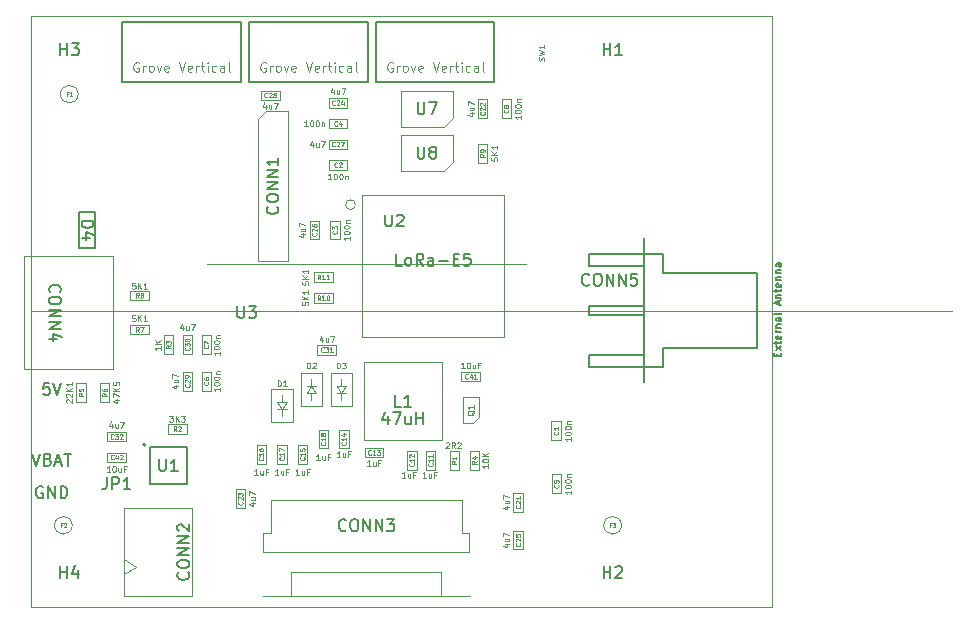
<source format=gbr>
%TF.GenerationSoftware,KiCad,Pcbnew,(6.0.8)*%
%TF.CreationDate,2023-02-21T11:31:40+01:00*%
%TF.ProjectId,MuMo-v2-Node,4d754d6f-2d76-4322-9d4e-6f64652e6b69,rev?*%
%TF.SameCoordinates,Original*%
%TF.FileFunction,AssemblyDrawing,Top*%
%FSLAX46Y46*%
G04 Gerber Fmt 4.6, Leading zero omitted, Abs format (unit mm)*
G04 Created by KiCad (PCBNEW (6.0.8)) date 2023-02-21 11:31:40*
%MOMM*%
%LPD*%
G01*
G04 APERTURE LIST*
%ADD10C,0.100000*%
%ADD11C,0.150000*%
%ADD12C,0.060000*%
%ADD13C,0.075000*%
%ADD14C,0.050000*%
%ADD15C,0.120000*%
%ADD16C,0.127000*%
%ADD17C,0.200000*%
G04 APERTURE END LIST*
D10*
X142748000Y-82677000D02*
X220726000Y-82677000D01*
X142748000Y-57658000D02*
X205486000Y-57658000D01*
X205486000Y-57658000D02*
X205486000Y-107696000D01*
X205486000Y-107696000D02*
X142748000Y-107696000D01*
X142748000Y-107696000D02*
X142748000Y-57658000D01*
D11*
%TO.C,U3*%
X160268895Y-82260380D02*
X160268895Y-83069904D01*
X160316514Y-83165142D01*
X160364133Y-83212761D01*
X160459371Y-83260380D01*
X160649847Y-83260380D01*
X160745085Y-83212761D01*
X160792704Y-83165142D01*
X160840323Y-83069904D01*
X160840323Y-82260380D01*
X161221276Y-82260380D02*
X161840323Y-82260380D01*
X161506990Y-82641333D01*
X161649847Y-82641333D01*
X161745085Y-82688952D01*
X161792704Y-82736571D01*
X161840323Y-82831809D01*
X161840323Y-83069904D01*
X161792704Y-83165142D01*
X161745085Y-83212761D01*
X161649847Y-83260380D01*
X161364133Y-83260380D01*
X161268895Y-83212761D01*
X161221276Y-83165142D01*
%TO.C,CONN3*%
X169442704Y-101215142D02*
X169395085Y-101262761D01*
X169252228Y-101310380D01*
X169156990Y-101310380D01*
X169014133Y-101262761D01*
X168918895Y-101167523D01*
X168871276Y-101072285D01*
X168823657Y-100881809D01*
X168823657Y-100738952D01*
X168871276Y-100548476D01*
X168918895Y-100453238D01*
X169014133Y-100358000D01*
X169156990Y-100310380D01*
X169252228Y-100310380D01*
X169395085Y-100358000D01*
X169442704Y-100405619D01*
X170061752Y-100310380D02*
X170252228Y-100310380D01*
X170347466Y-100358000D01*
X170442704Y-100453238D01*
X170490323Y-100643714D01*
X170490323Y-100977047D01*
X170442704Y-101167523D01*
X170347466Y-101262761D01*
X170252228Y-101310380D01*
X170061752Y-101310380D01*
X169966514Y-101262761D01*
X169871276Y-101167523D01*
X169823657Y-100977047D01*
X169823657Y-100643714D01*
X169871276Y-100453238D01*
X169966514Y-100358000D01*
X170061752Y-100310380D01*
X170918895Y-101310380D02*
X170918895Y-100310380D01*
X171490323Y-101310380D01*
X171490323Y-100310380D01*
X171966514Y-101310380D02*
X171966514Y-100310380D01*
X172537942Y-101310380D01*
X172537942Y-100310380D01*
X172918895Y-100310380D02*
X173537942Y-100310380D01*
X173204609Y-100691333D01*
X173347466Y-100691333D01*
X173442704Y-100738952D01*
X173490323Y-100786571D01*
X173537942Y-100881809D01*
X173537942Y-101119904D01*
X173490323Y-101215142D01*
X173442704Y-101262761D01*
X173347466Y-101310380D01*
X173061752Y-101310380D01*
X172966514Y-101262761D01*
X172918895Y-101215142D01*
D10*
%TO.C,C2*%
X168221276Y-71534190D02*
X167935561Y-71534190D01*
X168078419Y-71534190D02*
X168078419Y-71034190D01*
X168030800Y-71105619D01*
X167983180Y-71153238D01*
X167935561Y-71177047D01*
X168530800Y-71034190D02*
X168578419Y-71034190D01*
X168626038Y-71058000D01*
X168649847Y-71081809D01*
X168673657Y-71129428D01*
X168697466Y-71224666D01*
X168697466Y-71343714D01*
X168673657Y-71438952D01*
X168649847Y-71486571D01*
X168626038Y-71510380D01*
X168578419Y-71534190D01*
X168530800Y-71534190D01*
X168483180Y-71510380D01*
X168459371Y-71486571D01*
X168435561Y-71438952D01*
X168411752Y-71343714D01*
X168411752Y-71224666D01*
X168435561Y-71129428D01*
X168459371Y-71081809D01*
X168483180Y-71058000D01*
X168530800Y-71034190D01*
X169006990Y-71034190D02*
X169054609Y-71034190D01*
X169102228Y-71058000D01*
X169126038Y-71081809D01*
X169149847Y-71129428D01*
X169173657Y-71224666D01*
X169173657Y-71343714D01*
X169149847Y-71438952D01*
X169126038Y-71486571D01*
X169102228Y-71510380D01*
X169054609Y-71534190D01*
X169006990Y-71534190D01*
X168959371Y-71510380D01*
X168935561Y-71486571D01*
X168911752Y-71438952D01*
X168887942Y-71343714D01*
X168887942Y-71224666D01*
X168911752Y-71129428D01*
X168935561Y-71081809D01*
X168959371Y-71058000D01*
X169006990Y-71034190D01*
X169387942Y-71200857D02*
X169387942Y-71534190D01*
X169387942Y-71248476D02*
X169411752Y-71224666D01*
X169459371Y-71200857D01*
X169530800Y-71200857D01*
X169578419Y-71224666D01*
X169602228Y-71272285D01*
X169602228Y-71534190D01*
D12*
X168714133Y-70450857D02*
X168695085Y-70469904D01*
X168637942Y-70488952D01*
X168599847Y-70488952D01*
X168542704Y-70469904D01*
X168504609Y-70431809D01*
X168485561Y-70393714D01*
X168466514Y-70317523D01*
X168466514Y-70260380D01*
X168485561Y-70184190D01*
X168504609Y-70146095D01*
X168542704Y-70108000D01*
X168599847Y-70088952D01*
X168637942Y-70088952D01*
X168695085Y-70108000D01*
X168714133Y-70127047D01*
X168866514Y-70127047D02*
X168885561Y-70108000D01*
X168923657Y-70088952D01*
X169018895Y-70088952D01*
X169056990Y-70108000D01*
X169076038Y-70127047D01*
X169095085Y-70165142D01*
X169095085Y-70203238D01*
X169076038Y-70260380D01*
X168847466Y-70488952D01*
X169095085Y-70488952D01*
D10*
%TO.C,C3*%
X169756990Y-76367523D02*
X169756990Y-76653238D01*
X169756990Y-76510380D02*
X169256990Y-76510380D01*
X169328419Y-76558000D01*
X169376038Y-76605619D01*
X169399847Y-76653238D01*
X169256990Y-76058000D02*
X169256990Y-76010380D01*
X169280800Y-75962761D01*
X169304609Y-75938952D01*
X169352228Y-75915142D01*
X169447466Y-75891333D01*
X169566514Y-75891333D01*
X169661752Y-75915142D01*
X169709371Y-75938952D01*
X169733180Y-75962761D01*
X169756990Y-76010380D01*
X169756990Y-76058000D01*
X169733180Y-76105619D01*
X169709371Y-76129428D01*
X169661752Y-76153238D01*
X169566514Y-76177047D01*
X169447466Y-76177047D01*
X169352228Y-76153238D01*
X169304609Y-76129428D01*
X169280800Y-76105619D01*
X169256990Y-76058000D01*
X169256990Y-75581809D02*
X169256990Y-75534190D01*
X169280800Y-75486571D01*
X169304609Y-75462761D01*
X169352228Y-75438952D01*
X169447466Y-75415142D01*
X169566514Y-75415142D01*
X169661752Y-75438952D01*
X169709371Y-75462761D01*
X169733180Y-75486571D01*
X169756990Y-75534190D01*
X169756990Y-75581809D01*
X169733180Y-75629428D01*
X169709371Y-75653238D01*
X169661752Y-75677047D01*
X169566514Y-75700857D01*
X169447466Y-75700857D01*
X169352228Y-75677047D01*
X169304609Y-75653238D01*
X169280800Y-75629428D01*
X169256990Y-75581809D01*
X169423657Y-75200857D02*
X169756990Y-75200857D01*
X169471276Y-75200857D02*
X169447466Y-75177047D01*
X169423657Y-75129428D01*
X169423657Y-75058000D01*
X169447466Y-75010380D01*
X169495085Y-74986571D01*
X169756990Y-74986571D01*
D12*
X168673657Y-75874666D02*
X168692704Y-75893714D01*
X168711752Y-75950857D01*
X168711752Y-75988952D01*
X168692704Y-76046095D01*
X168654609Y-76084190D01*
X168616514Y-76103238D01*
X168540323Y-76122285D01*
X168483180Y-76122285D01*
X168406990Y-76103238D01*
X168368895Y-76084190D01*
X168330800Y-76046095D01*
X168311752Y-75988952D01*
X168311752Y-75950857D01*
X168330800Y-75893714D01*
X168349847Y-75874666D01*
X168311752Y-75741333D02*
X168311752Y-75493714D01*
X168464133Y-75627047D01*
X168464133Y-75569904D01*
X168483180Y-75531809D01*
X168502228Y-75512761D01*
X168540323Y-75493714D01*
X168635561Y-75493714D01*
X168673657Y-75512761D01*
X168692704Y-75531809D01*
X168711752Y-75569904D01*
X168711752Y-75684190D01*
X168692704Y-75722285D01*
X168673657Y-75741333D01*
D10*
%TO.C,C8*%
X184256990Y-66117523D02*
X184256990Y-66403238D01*
X184256990Y-66260380D02*
X183756990Y-66260380D01*
X183828419Y-66308000D01*
X183876038Y-66355619D01*
X183899847Y-66403238D01*
X183756990Y-65808000D02*
X183756990Y-65760380D01*
X183780800Y-65712761D01*
X183804609Y-65688952D01*
X183852228Y-65665142D01*
X183947466Y-65641333D01*
X184066514Y-65641333D01*
X184161752Y-65665142D01*
X184209371Y-65688952D01*
X184233180Y-65712761D01*
X184256990Y-65760380D01*
X184256990Y-65808000D01*
X184233180Y-65855619D01*
X184209371Y-65879428D01*
X184161752Y-65903238D01*
X184066514Y-65927047D01*
X183947466Y-65927047D01*
X183852228Y-65903238D01*
X183804609Y-65879428D01*
X183780800Y-65855619D01*
X183756990Y-65808000D01*
X183756990Y-65331809D02*
X183756990Y-65284190D01*
X183780800Y-65236571D01*
X183804609Y-65212761D01*
X183852228Y-65188952D01*
X183947466Y-65165142D01*
X184066514Y-65165142D01*
X184161752Y-65188952D01*
X184209371Y-65212761D01*
X184233180Y-65236571D01*
X184256990Y-65284190D01*
X184256990Y-65331809D01*
X184233180Y-65379428D01*
X184209371Y-65403238D01*
X184161752Y-65427047D01*
X184066514Y-65450857D01*
X183947466Y-65450857D01*
X183852228Y-65427047D01*
X183804609Y-65403238D01*
X183780800Y-65379428D01*
X183756990Y-65331809D01*
X183923657Y-64950857D02*
X184256990Y-64950857D01*
X183971276Y-64950857D02*
X183947466Y-64927047D01*
X183923657Y-64879428D01*
X183923657Y-64808000D01*
X183947466Y-64760380D01*
X183995085Y-64736571D01*
X184256990Y-64736571D01*
D12*
X183173657Y-65624666D02*
X183192704Y-65643714D01*
X183211752Y-65700857D01*
X183211752Y-65738952D01*
X183192704Y-65796095D01*
X183154609Y-65834190D01*
X183116514Y-65853238D01*
X183040323Y-65872285D01*
X182983180Y-65872285D01*
X182906990Y-65853238D01*
X182868895Y-65834190D01*
X182830800Y-65796095D01*
X182811752Y-65738952D01*
X182811752Y-65700857D01*
X182830800Y-65643714D01*
X182849847Y-65624666D01*
X182983180Y-65396095D02*
X182964133Y-65434190D01*
X182945085Y-65453238D01*
X182906990Y-65472285D01*
X182887942Y-65472285D01*
X182849847Y-65453238D01*
X182830800Y-65434190D01*
X182811752Y-65396095D01*
X182811752Y-65319904D01*
X182830800Y-65281809D01*
X182849847Y-65262761D01*
X182887942Y-65243714D01*
X182906990Y-65243714D01*
X182945085Y-65262761D01*
X182964133Y-65281809D01*
X182983180Y-65319904D01*
X182983180Y-65396095D01*
X183002228Y-65434190D01*
X183021276Y-65453238D01*
X183059371Y-65472285D01*
X183135561Y-65472285D01*
X183173657Y-65453238D01*
X183192704Y-65434190D01*
X183211752Y-65396095D01*
X183211752Y-65319904D01*
X183192704Y-65281809D01*
X183173657Y-65262761D01*
X183135561Y-65243714D01*
X183059371Y-65243714D01*
X183021276Y-65262761D01*
X183002228Y-65281809D01*
X182983180Y-65319904D01*
D10*
%TO.C,C1*%
X188506990Y-93367523D02*
X188506990Y-93653238D01*
X188506990Y-93510380D02*
X188006990Y-93510380D01*
X188078419Y-93558000D01*
X188126038Y-93605619D01*
X188149847Y-93653238D01*
X188006990Y-93058000D02*
X188006990Y-93010380D01*
X188030800Y-92962761D01*
X188054609Y-92938952D01*
X188102228Y-92915142D01*
X188197466Y-92891333D01*
X188316514Y-92891333D01*
X188411752Y-92915142D01*
X188459371Y-92938952D01*
X188483180Y-92962761D01*
X188506990Y-93010380D01*
X188506990Y-93058000D01*
X188483180Y-93105619D01*
X188459371Y-93129428D01*
X188411752Y-93153238D01*
X188316514Y-93177047D01*
X188197466Y-93177047D01*
X188102228Y-93153238D01*
X188054609Y-93129428D01*
X188030800Y-93105619D01*
X188006990Y-93058000D01*
X188006990Y-92581809D02*
X188006990Y-92534190D01*
X188030800Y-92486571D01*
X188054609Y-92462761D01*
X188102228Y-92438952D01*
X188197466Y-92415142D01*
X188316514Y-92415142D01*
X188411752Y-92438952D01*
X188459371Y-92462761D01*
X188483180Y-92486571D01*
X188506990Y-92534190D01*
X188506990Y-92581809D01*
X188483180Y-92629428D01*
X188459371Y-92653238D01*
X188411752Y-92677047D01*
X188316514Y-92700857D01*
X188197466Y-92700857D01*
X188102228Y-92677047D01*
X188054609Y-92653238D01*
X188030800Y-92629428D01*
X188006990Y-92581809D01*
X188173657Y-92200857D02*
X188506990Y-92200857D01*
X188221276Y-92200857D02*
X188197466Y-92177047D01*
X188173657Y-92129428D01*
X188173657Y-92058000D01*
X188197466Y-92010380D01*
X188245085Y-91986571D01*
X188506990Y-91986571D01*
D12*
X187391657Y-92878266D02*
X187410704Y-92897314D01*
X187429752Y-92954457D01*
X187429752Y-92992552D01*
X187410704Y-93049695D01*
X187372609Y-93087790D01*
X187334514Y-93106838D01*
X187258323Y-93125885D01*
X187201180Y-93125885D01*
X187124990Y-93106838D01*
X187086895Y-93087790D01*
X187048800Y-93049695D01*
X187029752Y-92992552D01*
X187029752Y-92954457D01*
X187048800Y-92897314D01*
X187067847Y-92878266D01*
X187429752Y-92497314D02*
X187429752Y-92725885D01*
X187429752Y-92611600D02*
X187029752Y-92611600D01*
X187086895Y-92649695D01*
X187124990Y-92687790D01*
X187144038Y-92725885D01*
D11*
%TO.C,U2*%
X174191942Y-78819380D02*
X173715752Y-78819380D01*
X173715752Y-77819380D01*
X174668133Y-78819380D02*
X174572895Y-78771761D01*
X174525276Y-78724142D01*
X174477657Y-78628904D01*
X174477657Y-78343190D01*
X174525276Y-78247952D01*
X174572895Y-78200333D01*
X174668133Y-78152714D01*
X174810990Y-78152714D01*
X174906228Y-78200333D01*
X174953847Y-78247952D01*
X175001466Y-78343190D01*
X175001466Y-78628904D01*
X174953847Y-78724142D01*
X174906228Y-78771761D01*
X174810990Y-78819380D01*
X174668133Y-78819380D01*
X176001466Y-78819380D02*
X175668133Y-78343190D01*
X175430038Y-78819380D02*
X175430038Y-77819380D01*
X175810990Y-77819380D01*
X175906228Y-77867000D01*
X175953847Y-77914619D01*
X176001466Y-78009857D01*
X176001466Y-78152714D01*
X175953847Y-78247952D01*
X175906228Y-78295571D01*
X175810990Y-78343190D01*
X175430038Y-78343190D01*
X176858609Y-78819380D02*
X176858609Y-78295571D01*
X176810990Y-78200333D01*
X176715752Y-78152714D01*
X176525276Y-78152714D01*
X176430038Y-78200333D01*
X176858609Y-78771761D02*
X176763371Y-78819380D01*
X176525276Y-78819380D01*
X176430038Y-78771761D01*
X176382419Y-78676523D01*
X176382419Y-78581285D01*
X176430038Y-78486047D01*
X176525276Y-78438428D01*
X176763371Y-78438428D01*
X176858609Y-78390809D01*
X177334800Y-78438428D02*
X178096704Y-78438428D01*
X178572895Y-78295571D02*
X178906228Y-78295571D01*
X179049085Y-78819380D02*
X178572895Y-78819380D01*
X178572895Y-77819380D01*
X179049085Y-77819380D01*
X179953847Y-77819380D02*
X179477657Y-77819380D01*
X179430038Y-78295571D01*
X179477657Y-78247952D01*
X179572895Y-78200333D01*
X179810990Y-78200333D01*
X179906228Y-78247952D01*
X179953847Y-78295571D01*
X180001466Y-78390809D01*
X180001466Y-78628904D01*
X179953847Y-78724142D01*
X179906228Y-78771761D01*
X179810990Y-78819380D01*
X179572895Y-78819380D01*
X179477657Y-78771761D01*
X179430038Y-78724142D01*
X172768895Y-74510380D02*
X172768895Y-75319904D01*
X172816514Y-75415142D01*
X172864133Y-75462761D01*
X172959371Y-75510380D01*
X173149847Y-75510380D01*
X173245085Y-75462761D01*
X173292704Y-75415142D01*
X173340323Y-75319904D01*
X173340323Y-74510380D01*
X173768895Y-74605619D02*
X173816514Y-74558000D01*
X173911752Y-74510380D01*
X174149847Y-74510380D01*
X174245085Y-74558000D01*
X174292704Y-74605619D01*
X174340323Y-74700857D01*
X174340323Y-74796095D01*
X174292704Y-74938952D01*
X173721276Y-75510380D01*
X174340323Y-75510380D01*
D10*
%TO.C,C18*%
X167233180Y-95284190D02*
X166947466Y-95284190D01*
X167090323Y-95284190D02*
X167090323Y-94784190D01*
X167042704Y-94855619D01*
X166995085Y-94903238D01*
X166947466Y-94927047D01*
X167661752Y-94950857D02*
X167661752Y-95284190D01*
X167447466Y-94950857D02*
X167447466Y-95212761D01*
X167471276Y-95260380D01*
X167518895Y-95284190D01*
X167590323Y-95284190D01*
X167637942Y-95260380D01*
X167661752Y-95236571D01*
X168066514Y-95022285D02*
X167899847Y-95022285D01*
X167899847Y-95284190D02*
X167899847Y-94784190D01*
X168137942Y-94784190D01*
D12*
X167673657Y-93765142D02*
X167692704Y-93784190D01*
X167711752Y-93841333D01*
X167711752Y-93879428D01*
X167692704Y-93936571D01*
X167654609Y-93974666D01*
X167616514Y-93993714D01*
X167540323Y-94012761D01*
X167483180Y-94012761D01*
X167406990Y-93993714D01*
X167368895Y-93974666D01*
X167330800Y-93936571D01*
X167311752Y-93879428D01*
X167311752Y-93841333D01*
X167330800Y-93784190D01*
X167349847Y-93765142D01*
X167711752Y-93384190D02*
X167711752Y-93612761D01*
X167711752Y-93498476D02*
X167311752Y-93498476D01*
X167368895Y-93536571D01*
X167406990Y-93574666D01*
X167426038Y-93612761D01*
X167483180Y-93155619D02*
X167464133Y-93193714D01*
X167445085Y-93212761D01*
X167406990Y-93231809D01*
X167387942Y-93231809D01*
X167349847Y-93212761D01*
X167330800Y-93193714D01*
X167311752Y-93155619D01*
X167311752Y-93079428D01*
X167330800Y-93041333D01*
X167349847Y-93022285D01*
X167387942Y-93003238D01*
X167406990Y-93003238D01*
X167445085Y-93022285D01*
X167464133Y-93041333D01*
X167483180Y-93079428D01*
X167483180Y-93155619D01*
X167502228Y-93193714D01*
X167521276Y-93212761D01*
X167559371Y-93231809D01*
X167635561Y-93231809D01*
X167673657Y-93212761D01*
X167692704Y-93193714D01*
X167711752Y-93155619D01*
X167711752Y-93079428D01*
X167692704Y-93041333D01*
X167673657Y-93022285D01*
X167635561Y-93003238D01*
X167559371Y-93003238D01*
X167521276Y-93022285D01*
X167502228Y-93041333D01*
X167483180Y-93079428D01*
D10*
%TO.C,R9*%
X181756990Y-69677047D02*
X181756990Y-69915142D01*
X181995085Y-69938952D01*
X181971276Y-69915142D01*
X181947466Y-69867523D01*
X181947466Y-69748476D01*
X181971276Y-69700857D01*
X181995085Y-69677047D01*
X182042704Y-69653238D01*
X182161752Y-69653238D01*
X182209371Y-69677047D01*
X182233180Y-69700857D01*
X182256990Y-69748476D01*
X182256990Y-69867523D01*
X182233180Y-69915142D01*
X182209371Y-69938952D01*
X182256990Y-69438952D02*
X181756990Y-69438952D01*
X182256990Y-69153238D02*
X181971276Y-69367523D01*
X181756990Y-69153238D02*
X182042704Y-69438952D01*
X182256990Y-68677047D02*
X182256990Y-68962761D01*
X182256990Y-68819904D02*
X181756990Y-68819904D01*
X181828419Y-68867523D01*
X181876038Y-68915142D01*
X181899847Y-68962761D01*
D12*
X181211752Y-69374666D02*
X181021276Y-69508000D01*
X181211752Y-69603238D02*
X180811752Y-69603238D01*
X180811752Y-69450857D01*
X180830800Y-69412761D01*
X180849847Y-69393714D01*
X180887942Y-69374666D01*
X180945085Y-69374666D01*
X180983180Y-69393714D01*
X181002228Y-69412761D01*
X181021276Y-69450857D01*
X181021276Y-69603238D01*
X181211752Y-69184190D02*
X181211752Y-69108000D01*
X181192704Y-69069904D01*
X181173657Y-69050857D01*
X181116514Y-69012761D01*
X181040323Y-68993714D01*
X180887942Y-68993714D01*
X180849847Y-69012761D01*
X180830800Y-69031809D01*
X180811752Y-69069904D01*
X180811752Y-69146095D01*
X180830800Y-69184190D01*
X180849847Y-69203238D01*
X180887942Y-69222285D01*
X180983180Y-69222285D01*
X181021276Y-69203238D01*
X181040323Y-69184190D01*
X181059371Y-69146095D01*
X181059371Y-69069904D01*
X181040323Y-69031809D01*
X181021276Y-69012761D01*
X180983180Y-68993714D01*
D10*
%TO.C,D3*%
X168661752Y-87534190D02*
X168661752Y-87034190D01*
X168780800Y-87034190D01*
X168852228Y-87058000D01*
X168899847Y-87105619D01*
X168923657Y-87153238D01*
X168947466Y-87248476D01*
X168947466Y-87319904D01*
X168923657Y-87415142D01*
X168899847Y-87462761D01*
X168852228Y-87510380D01*
X168780800Y-87534190D01*
X168661752Y-87534190D01*
X169114133Y-87034190D02*
X169423657Y-87034190D01*
X169256990Y-87224666D01*
X169328419Y-87224666D01*
X169376038Y-87248476D01*
X169399847Y-87272285D01*
X169423657Y-87319904D01*
X169423657Y-87438952D01*
X169399847Y-87486571D01*
X169376038Y-87510380D01*
X169328419Y-87534190D01*
X169185561Y-87534190D01*
X169137942Y-87510380D01*
X169114133Y-87486571D01*
%TO.C,R7*%
X151611752Y-83034190D02*
X151373657Y-83034190D01*
X151349847Y-83272285D01*
X151373657Y-83248476D01*
X151421276Y-83224666D01*
X151540323Y-83224666D01*
X151587942Y-83248476D01*
X151611752Y-83272285D01*
X151635561Y-83319904D01*
X151635561Y-83438952D01*
X151611752Y-83486571D01*
X151587942Y-83510380D01*
X151540323Y-83534190D01*
X151421276Y-83534190D01*
X151373657Y-83510380D01*
X151349847Y-83486571D01*
X151849847Y-83534190D02*
X151849847Y-83034190D01*
X152135561Y-83534190D02*
X151921276Y-83248476D01*
X152135561Y-83034190D02*
X151849847Y-83319904D01*
X152611752Y-83534190D02*
X152326038Y-83534190D01*
X152468895Y-83534190D02*
X152468895Y-83034190D01*
X152421276Y-83105619D01*
X152373657Y-83153238D01*
X152326038Y-83177047D01*
D12*
X151914133Y-84438952D02*
X151780800Y-84248476D01*
X151685561Y-84438952D02*
X151685561Y-84038952D01*
X151837942Y-84038952D01*
X151876038Y-84058000D01*
X151895085Y-84077047D01*
X151914133Y-84115142D01*
X151914133Y-84172285D01*
X151895085Y-84210380D01*
X151876038Y-84229428D01*
X151837942Y-84248476D01*
X151685561Y-84248476D01*
X152047466Y-84038952D02*
X152314133Y-84038952D01*
X152142704Y-84438952D01*
D11*
%TO.C,CONN1*%
X163637942Y-73826095D02*
X163685561Y-73873714D01*
X163733180Y-74016571D01*
X163733180Y-74111809D01*
X163685561Y-74254666D01*
X163590323Y-74349904D01*
X163495085Y-74397523D01*
X163304609Y-74445142D01*
X163161752Y-74445142D01*
X162971276Y-74397523D01*
X162876038Y-74349904D01*
X162780800Y-74254666D01*
X162733180Y-74111809D01*
X162733180Y-74016571D01*
X162780800Y-73873714D01*
X162828419Y-73826095D01*
X162733180Y-73207047D02*
X162733180Y-73016571D01*
X162780800Y-72921333D01*
X162876038Y-72826095D01*
X163066514Y-72778476D01*
X163399847Y-72778476D01*
X163590323Y-72826095D01*
X163685561Y-72921333D01*
X163733180Y-73016571D01*
X163733180Y-73207047D01*
X163685561Y-73302285D01*
X163590323Y-73397523D01*
X163399847Y-73445142D01*
X163066514Y-73445142D01*
X162876038Y-73397523D01*
X162780800Y-73302285D01*
X162733180Y-73207047D01*
X163733180Y-72349904D02*
X162733180Y-72349904D01*
X163733180Y-71778476D01*
X162733180Y-71778476D01*
X163733180Y-71302285D02*
X162733180Y-71302285D01*
X163733180Y-70730857D01*
X162733180Y-70730857D01*
X163733180Y-69730857D02*
X163733180Y-70302285D01*
X163733180Y-70016571D02*
X162733180Y-70016571D01*
X162876038Y-70111809D01*
X162971276Y-70207047D01*
X163018895Y-70302285D01*
%TO.C,TP2*%
X142887942Y-94760380D02*
X143221276Y-95760380D01*
X143554609Y-94760380D01*
X144221276Y-95236571D02*
X144364133Y-95284190D01*
X144411752Y-95331809D01*
X144459371Y-95427047D01*
X144459371Y-95569904D01*
X144411752Y-95665142D01*
X144364133Y-95712761D01*
X144268895Y-95760380D01*
X143887942Y-95760380D01*
X143887942Y-94760380D01*
X144221276Y-94760380D01*
X144316514Y-94808000D01*
X144364133Y-94855619D01*
X144411752Y-94950857D01*
X144411752Y-95046095D01*
X144364133Y-95141333D01*
X144316514Y-95188952D01*
X144221276Y-95236571D01*
X143887942Y-95236571D01*
X144840323Y-95474666D02*
X145316514Y-95474666D01*
X144745085Y-95760380D02*
X145078419Y-94760380D01*
X145411752Y-95760380D01*
X145602228Y-94760380D02*
X146173657Y-94760380D01*
X145887942Y-95760380D02*
X145887942Y-94760380D01*
D10*
%TO.C,C17*%
X163733180Y-96534190D02*
X163447466Y-96534190D01*
X163590323Y-96534190D02*
X163590323Y-96034190D01*
X163542704Y-96105619D01*
X163495085Y-96153238D01*
X163447466Y-96177047D01*
X164161752Y-96200857D02*
X164161752Y-96534190D01*
X163947466Y-96200857D02*
X163947466Y-96462761D01*
X163971276Y-96510380D01*
X164018895Y-96534190D01*
X164090323Y-96534190D01*
X164137942Y-96510380D01*
X164161752Y-96486571D01*
X164566514Y-96272285D02*
X164399847Y-96272285D01*
X164399847Y-96534190D02*
X164399847Y-96034190D01*
X164637942Y-96034190D01*
D12*
X164173657Y-95065142D02*
X164192704Y-95084190D01*
X164211752Y-95141333D01*
X164211752Y-95179428D01*
X164192704Y-95236571D01*
X164154609Y-95274666D01*
X164116514Y-95293714D01*
X164040323Y-95312761D01*
X163983180Y-95312761D01*
X163906990Y-95293714D01*
X163868895Y-95274666D01*
X163830800Y-95236571D01*
X163811752Y-95179428D01*
X163811752Y-95141333D01*
X163830800Y-95084190D01*
X163849847Y-95065142D01*
X164211752Y-94684190D02*
X164211752Y-94912761D01*
X164211752Y-94798476D02*
X163811752Y-94798476D01*
X163868895Y-94836571D01*
X163906990Y-94874666D01*
X163926038Y-94912761D01*
X163811752Y-94550857D02*
X163811752Y-94284190D01*
X164211752Y-94455619D01*
D11*
%TO.C,U7*%
X175518895Y-65010380D02*
X175518895Y-65819904D01*
X175566514Y-65915142D01*
X175614133Y-65962761D01*
X175709371Y-66010380D01*
X175899847Y-66010380D01*
X175995085Y-65962761D01*
X176042704Y-65915142D01*
X176090323Y-65819904D01*
X176090323Y-65010380D01*
X176471276Y-65010380D02*
X177137942Y-65010380D01*
X176709371Y-66010380D01*
D13*
%TO.C,Q1*%
X180304609Y-91105619D02*
X180280800Y-91153238D01*
X180233180Y-91200857D01*
X180161752Y-91272285D01*
X180137942Y-91319904D01*
X180137942Y-91367523D01*
X180256990Y-91343714D02*
X180233180Y-91391333D01*
X180185561Y-91438952D01*
X180090323Y-91462761D01*
X179923657Y-91462761D01*
X179828419Y-91438952D01*
X179780800Y-91391333D01*
X179756990Y-91343714D01*
X179756990Y-91248476D01*
X179780800Y-91200857D01*
X179828419Y-91153238D01*
X179923657Y-91129428D01*
X180090323Y-91129428D01*
X180185561Y-91153238D01*
X180233180Y-91200857D01*
X180256990Y-91248476D01*
X180256990Y-91343714D01*
X180256990Y-90653238D02*
X180256990Y-90938952D01*
X180256990Y-90796095D02*
X179756990Y-90796095D01*
X179828419Y-90843714D01*
X179876038Y-90891333D01*
X179899847Y-90938952D01*
D10*
%TO.C,C23*%
X161423657Y-98927047D02*
X161756990Y-98927047D01*
X161233180Y-99046095D02*
X161590323Y-99165142D01*
X161590323Y-98855619D01*
X161423657Y-98450857D02*
X161756990Y-98450857D01*
X161423657Y-98665142D02*
X161685561Y-98665142D01*
X161733180Y-98641333D01*
X161756990Y-98593714D01*
X161756990Y-98522285D01*
X161733180Y-98474666D01*
X161709371Y-98450857D01*
X161256990Y-98260380D02*
X161256990Y-97927047D01*
X161756990Y-98141333D01*
D12*
X160673657Y-98815142D02*
X160692704Y-98834190D01*
X160711752Y-98891333D01*
X160711752Y-98929428D01*
X160692704Y-98986571D01*
X160654609Y-99024666D01*
X160616514Y-99043714D01*
X160540323Y-99062761D01*
X160483180Y-99062761D01*
X160406990Y-99043714D01*
X160368895Y-99024666D01*
X160330800Y-98986571D01*
X160311752Y-98929428D01*
X160311752Y-98891333D01*
X160330800Y-98834190D01*
X160349847Y-98815142D01*
X160349847Y-98662761D02*
X160330800Y-98643714D01*
X160311752Y-98605619D01*
X160311752Y-98510380D01*
X160330800Y-98472285D01*
X160349847Y-98453238D01*
X160387942Y-98434190D01*
X160426038Y-98434190D01*
X160483180Y-98453238D01*
X160711752Y-98681809D01*
X160711752Y-98434190D01*
X160311752Y-98300857D02*
X160311752Y-98053238D01*
X160464133Y-98186571D01*
X160464133Y-98129428D01*
X160483180Y-98091333D01*
X160502228Y-98072285D01*
X160540323Y-98053238D01*
X160635561Y-98053238D01*
X160673657Y-98072285D01*
X160692704Y-98091333D01*
X160711752Y-98129428D01*
X160711752Y-98243714D01*
X160692704Y-98281809D01*
X160673657Y-98300857D01*
D10*
%TO.C,C30*%
X155661752Y-83950857D02*
X155661752Y-84284190D01*
X155542704Y-83760380D02*
X155423657Y-84117523D01*
X155733180Y-84117523D01*
X156137942Y-83950857D02*
X156137942Y-84284190D01*
X155923657Y-83950857D02*
X155923657Y-84212761D01*
X155947466Y-84260380D01*
X155995085Y-84284190D01*
X156066514Y-84284190D01*
X156114133Y-84260380D01*
X156137942Y-84236571D01*
X156328419Y-83784190D02*
X156661752Y-83784190D01*
X156447466Y-84284190D01*
D12*
X156173657Y-85765142D02*
X156192704Y-85784190D01*
X156211752Y-85841333D01*
X156211752Y-85879428D01*
X156192704Y-85936571D01*
X156154609Y-85974666D01*
X156116514Y-85993714D01*
X156040323Y-86012761D01*
X155983180Y-86012761D01*
X155906990Y-85993714D01*
X155868895Y-85974666D01*
X155830800Y-85936571D01*
X155811752Y-85879428D01*
X155811752Y-85841333D01*
X155830800Y-85784190D01*
X155849847Y-85765142D01*
X155811752Y-85631809D02*
X155811752Y-85384190D01*
X155964133Y-85517523D01*
X155964133Y-85460380D01*
X155983180Y-85422285D01*
X156002228Y-85403238D01*
X156040323Y-85384190D01*
X156135561Y-85384190D01*
X156173657Y-85403238D01*
X156192704Y-85422285D01*
X156211752Y-85460380D01*
X156211752Y-85574666D01*
X156192704Y-85612761D01*
X156173657Y-85631809D01*
X155811752Y-85136571D02*
X155811752Y-85098476D01*
X155830800Y-85060380D01*
X155849847Y-85041333D01*
X155887942Y-85022285D01*
X155964133Y-85003238D01*
X156059371Y-85003238D01*
X156135561Y-85022285D01*
X156173657Y-85041333D01*
X156192704Y-85060380D01*
X156211752Y-85098476D01*
X156211752Y-85136571D01*
X156192704Y-85174666D01*
X156173657Y-85193714D01*
X156135561Y-85212761D01*
X156059371Y-85231809D01*
X155964133Y-85231809D01*
X155887942Y-85212761D01*
X155849847Y-85193714D01*
X155830800Y-85174666D01*
X155811752Y-85136571D01*
D10*
%TO.C,C6*%
X158756990Y-89167523D02*
X158756990Y-89453238D01*
X158756990Y-89310380D02*
X158256990Y-89310380D01*
X158328419Y-89358000D01*
X158376038Y-89405619D01*
X158399847Y-89453238D01*
X158256990Y-88858000D02*
X158256990Y-88810380D01*
X158280800Y-88762761D01*
X158304609Y-88738952D01*
X158352228Y-88715142D01*
X158447466Y-88691333D01*
X158566514Y-88691333D01*
X158661752Y-88715142D01*
X158709371Y-88738952D01*
X158733180Y-88762761D01*
X158756990Y-88810380D01*
X158756990Y-88858000D01*
X158733180Y-88905619D01*
X158709371Y-88929428D01*
X158661752Y-88953238D01*
X158566514Y-88977047D01*
X158447466Y-88977047D01*
X158352228Y-88953238D01*
X158304609Y-88929428D01*
X158280800Y-88905619D01*
X158256990Y-88858000D01*
X158256990Y-88381809D02*
X158256990Y-88334190D01*
X158280800Y-88286571D01*
X158304609Y-88262761D01*
X158352228Y-88238952D01*
X158447466Y-88215142D01*
X158566514Y-88215142D01*
X158661752Y-88238952D01*
X158709371Y-88262761D01*
X158733180Y-88286571D01*
X158756990Y-88334190D01*
X158756990Y-88381809D01*
X158733180Y-88429428D01*
X158709371Y-88453238D01*
X158661752Y-88477047D01*
X158566514Y-88500857D01*
X158447466Y-88500857D01*
X158352228Y-88477047D01*
X158304609Y-88453238D01*
X158280800Y-88429428D01*
X158256990Y-88381809D01*
X158423657Y-88000857D02*
X158756990Y-88000857D01*
X158471276Y-88000857D02*
X158447466Y-87977047D01*
X158423657Y-87929428D01*
X158423657Y-87858000D01*
X158447466Y-87810380D01*
X158495085Y-87786571D01*
X158756990Y-87786571D01*
D12*
X157773657Y-88674666D02*
X157792704Y-88693714D01*
X157811752Y-88750857D01*
X157811752Y-88788952D01*
X157792704Y-88846095D01*
X157754609Y-88884190D01*
X157716514Y-88903238D01*
X157640323Y-88922285D01*
X157583180Y-88922285D01*
X157506990Y-88903238D01*
X157468895Y-88884190D01*
X157430800Y-88846095D01*
X157411752Y-88788952D01*
X157411752Y-88750857D01*
X157430800Y-88693714D01*
X157449847Y-88674666D01*
X157411752Y-88331809D02*
X157411752Y-88408000D01*
X157430800Y-88446095D01*
X157449847Y-88465142D01*
X157506990Y-88503238D01*
X157583180Y-88522285D01*
X157735561Y-88522285D01*
X157773657Y-88503238D01*
X157792704Y-88484190D01*
X157811752Y-88446095D01*
X157811752Y-88369904D01*
X157792704Y-88331809D01*
X157773657Y-88312761D01*
X157735561Y-88293714D01*
X157640323Y-88293714D01*
X157602228Y-88312761D01*
X157583180Y-88331809D01*
X157564133Y-88369904D01*
X157564133Y-88446095D01*
X157583180Y-88484190D01*
X157602228Y-88503238D01*
X157640323Y-88522285D01*
D11*
%TO.C,CONN5*%
X205985085Y-86489428D02*
X205985085Y-86276095D01*
X206320323Y-86184666D02*
X206320323Y-86489428D01*
X205680323Y-86489428D01*
X205680323Y-86184666D01*
X206320323Y-85971333D02*
X205893657Y-85636095D01*
X205893657Y-85971333D02*
X206320323Y-85636095D01*
X205893657Y-85483714D02*
X205893657Y-85239904D01*
X205680323Y-85392285D02*
X206228895Y-85392285D01*
X206289847Y-85361809D01*
X206320323Y-85300857D01*
X206320323Y-85239904D01*
X206289847Y-84782761D02*
X206320323Y-84843714D01*
X206320323Y-84965619D01*
X206289847Y-85026571D01*
X206228895Y-85057047D01*
X205985085Y-85057047D01*
X205924133Y-85026571D01*
X205893657Y-84965619D01*
X205893657Y-84843714D01*
X205924133Y-84782761D01*
X205985085Y-84752285D01*
X206046038Y-84752285D01*
X206106990Y-85057047D01*
X206320323Y-84478000D02*
X205893657Y-84478000D01*
X206015561Y-84478000D02*
X205954609Y-84447523D01*
X205924133Y-84417047D01*
X205893657Y-84356095D01*
X205893657Y-84295142D01*
X205893657Y-84081809D02*
X206320323Y-84081809D01*
X205954609Y-84081809D02*
X205924133Y-84051333D01*
X205893657Y-83990380D01*
X205893657Y-83898952D01*
X205924133Y-83838000D01*
X205985085Y-83807523D01*
X206320323Y-83807523D01*
X206320323Y-83228476D02*
X205985085Y-83228476D01*
X205924133Y-83258952D01*
X205893657Y-83319904D01*
X205893657Y-83441809D01*
X205924133Y-83502761D01*
X206289847Y-83228476D02*
X206320323Y-83289428D01*
X206320323Y-83441809D01*
X206289847Y-83502761D01*
X206228895Y-83533238D01*
X206167942Y-83533238D01*
X206106990Y-83502761D01*
X206076514Y-83441809D01*
X206076514Y-83289428D01*
X206046038Y-83228476D01*
X206320323Y-82832285D02*
X206289847Y-82893238D01*
X206228895Y-82923714D01*
X205680323Y-82923714D01*
X206137466Y-82131333D02*
X206137466Y-81826571D01*
X206320323Y-82192285D02*
X205680323Y-81978952D01*
X206320323Y-81765619D01*
X205893657Y-81552285D02*
X206320323Y-81552285D01*
X205954609Y-81552285D02*
X205924133Y-81521809D01*
X205893657Y-81460857D01*
X205893657Y-81369428D01*
X205924133Y-81308476D01*
X205985085Y-81278000D01*
X206320323Y-81278000D01*
X205893657Y-81064666D02*
X205893657Y-80820857D01*
X205680323Y-80973238D02*
X206228895Y-80973238D01*
X206289847Y-80942761D01*
X206320323Y-80881809D01*
X206320323Y-80820857D01*
X206289847Y-80363714D02*
X206320323Y-80424666D01*
X206320323Y-80546571D01*
X206289847Y-80607523D01*
X206228895Y-80638000D01*
X205985085Y-80638000D01*
X205924133Y-80607523D01*
X205893657Y-80546571D01*
X205893657Y-80424666D01*
X205924133Y-80363714D01*
X205985085Y-80333238D01*
X206046038Y-80333238D01*
X206106990Y-80638000D01*
X205893657Y-80058952D02*
X206320323Y-80058952D01*
X205954609Y-80058952D02*
X205924133Y-80028476D01*
X205893657Y-79967523D01*
X205893657Y-79876095D01*
X205924133Y-79815142D01*
X205985085Y-79784666D01*
X206320323Y-79784666D01*
X205893657Y-79479904D02*
X206320323Y-79479904D01*
X205954609Y-79479904D02*
X205924133Y-79449428D01*
X205893657Y-79388476D01*
X205893657Y-79297047D01*
X205924133Y-79236095D01*
X205985085Y-79205619D01*
X206320323Y-79205619D01*
X206320323Y-78626571D02*
X205985085Y-78626571D01*
X205924133Y-78657047D01*
X205893657Y-78718000D01*
X205893657Y-78839904D01*
X205924133Y-78900857D01*
X206289847Y-78626571D02*
X206320323Y-78687523D01*
X206320323Y-78839904D01*
X206289847Y-78900857D01*
X206228895Y-78931333D01*
X206167942Y-78931333D01*
X206106990Y-78900857D01*
X206076514Y-78839904D01*
X206076514Y-78687523D01*
X206046038Y-78626571D01*
X190042704Y-80415142D02*
X189995085Y-80462761D01*
X189852228Y-80510380D01*
X189756990Y-80510380D01*
X189614133Y-80462761D01*
X189518895Y-80367523D01*
X189471276Y-80272285D01*
X189423657Y-80081809D01*
X189423657Y-79938952D01*
X189471276Y-79748476D01*
X189518895Y-79653238D01*
X189614133Y-79558000D01*
X189756990Y-79510380D01*
X189852228Y-79510380D01*
X189995085Y-79558000D01*
X190042704Y-79605619D01*
X190661752Y-79510380D02*
X190852228Y-79510380D01*
X190947466Y-79558000D01*
X191042704Y-79653238D01*
X191090323Y-79843714D01*
X191090323Y-80177047D01*
X191042704Y-80367523D01*
X190947466Y-80462761D01*
X190852228Y-80510380D01*
X190661752Y-80510380D01*
X190566514Y-80462761D01*
X190471276Y-80367523D01*
X190423657Y-80177047D01*
X190423657Y-79843714D01*
X190471276Y-79653238D01*
X190566514Y-79558000D01*
X190661752Y-79510380D01*
X191518895Y-80510380D02*
X191518895Y-79510380D01*
X192090323Y-80510380D01*
X192090323Y-79510380D01*
X192566514Y-80510380D02*
X192566514Y-79510380D01*
X193137942Y-80510380D01*
X193137942Y-79510380D01*
X194090323Y-79510380D02*
X193614133Y-79510380D01*
X193566514Y-79986571D01*
X193614133Y-79938952D01*
X193709371Y-79891333D01*
X193947466Y-79891333D01*
X194042704Y-79938952D01*
X194090323Y-79986571D01*
X194137942Y-80081809D01*
X194137942Y-80319904D01*
X194090323Y-80415142D01*
X194042704Y-80462761D01*
X193947466Y-80510380D01*
X193709371Y-80510380D01*
X193614133Y-80462761D01*
X193566514Y-80415142D01*
%TO.C,JP1*%
X149197466Y-96760380D02*
X149197466Y-97474666D01*
X149149847Y-97617523D01*
X149054609Y-97712761D01*
X148911752Y-97760380D01*
X148816514Y-97760380D01*
X149673657Y-97760380D02*
X149673657Y-96760380D01*
X150054609Y-96760380D01*
X150149847Y-96808000D01*
X150197466Y-96855619D01*
X150245085Y-96950857D01*
X150245085Y-97093714D01*
X150197466Y-97188952D01*
X150149847Y-97236571D01*
X150054609Y-97284190D01*
X149673657Y-97284190D01*
X151197466Y-97760380D02*
X150626038Y-97760380D01*
X150911752Y-97760380D02*
X150911752Y-96760380D01*
X150816514Y-96903238D01*
X150721276Y-96998476D01*
X150626038Y-97046095D01*
D10*
%TO.C,D1*%
X163661752Y-89034190D02*
X163661752Y-88534190D01*
X163780800Y-88534190D01*
X163852228Y-88558000D01*
X163899847Y-88605619D01*
X163923657Y-88653238D01*
X163947466Y-88748476D01*
X163947466Y-88819904D01*
X163923657Y-88915142D01*
X163899847Y-88962761D01*
X163852228Y-89010380D01*
X163780800Y-89034190D01*
X163661752Y-89034190D01*
X164423657Y-89034190D02*
X164137942Y-89034190D01*
X164280800Y-89034190D02*
X164280800Y-88534190D01*
X164233180Y-88605619D01*
X164185561Y-88653238D01*
X164137942Y-88677047D01*
D11*
%TO.C,L1*%
X173018895Y-91593714D02*
X173018895Y-92260380D01*
X172780800Y-91212761D02*
X172542704Y-91927047D01*
X173161752Y-91927047D01*
X173447466Y-91260380D02*
X174114133Y-91260380D01*
X173685561Y-92260380D01*
X174923657Y-91593714D02*
X174923657Y-92260380D01*
X174495085Y-91593714D02*
X174495085Y-92117523D01*
X174542704Y-92212761D01*
X174637942Y-92260380D01*
X174780800Y-92260380D01*
X174876038Y-92212761D01*
X174923657Y-92165142D01*
X175399847Y-92260380D02*
X175399847Y-91260380D01*
X175399847Y-91736571D02*
X175971276Y-91736571D01*
X175971276Y-92260380D02*
X175971276Y-91260380D01*
X174114133Y-90760380D02*
X173637942Y-90760380D01*
X173637942Y-89760380D01*
X174971276Y-90760380D02*
X174399847Y-90760380D01*
X174685561Y-90760380D02*
X174685561Y-89760380D01*
X174590323Y-89903238D01*
X174495085Y-89998476D01*
X174399847Y-90046095D01*
D10*
%TO.C,C12*%
X174483180Y-96784190D02*
X174197466Y-96784190D01*
X174340323Y-96784190D02*
X174340323Y-96284190D01*
X174292704Y-96355619D01*
X174245085Y-96403238D01*
X174197466Y-96427047D01*
X174911752Y-96450857D02*
X174911752Y-96784190D01*
X174697466Y-96450857D02*
X174697466Y-96712761D01*
X174721276Y-96760380D01*
X174768895Y-96784190D01*
X174840323Y-96784190D01*
X174887942Y-96760380D01*
X174911752Y-96736571D01*
X175316514Y-96522285D02*
X175149847Y-96522285D01*
X175149847Y-96784190D02*
X175149847Y-96284190D01*
X175387942Y-96284190D01*
D12*
X175173657Y-95565142D02*
X175192704Y-95584190D01*
X175211752Y-95641333D01*
X175211752Y-95679428D01*
X175192704Y-95736571D01*
X175154609Y-95774666D01*
X175116514Y-95793714D01*
X175040323Y-95812761D01*
X174983180Y-95812761D01*
X174906990Y-95793714D01*
X174868895Y-95774666D01*
X174830800Y-95736571D01*
X174811752Y-95679428D01*
X174811752Y-95641333D01*
X174830800Y-95584190D01*
X174849847Y-95565142D01*
X175211752Y-95184190D02*
X175211752Y-95412761D01*
X175211752Y-95298476D02*
X174811752Y-95298476D01*
X174868895Y-95336571D01*
X174906990Y-95374666D01*
X174926038Y-95412761D01*
X174849847Y-95031809D02*
X174830800Y-95012761D01*
X174811752Y-94974666D01*
X174811752Y-94879428D01*
X174830800Y-94841333D01*
X174849847Y-94822285D01*
X174887942Y-94803238D01*
X174926038Y-94803238D01*
X174983180Y-94822285D01*
X175211752Y-95050857D01*
X175211752Y-94803238D01*
D10*
%TO.C,C29*%
X154923657Y-88977047D02*
X155256990Y-88977047D01*
X154733180Y-89096095D02*
X155090323Y-89215142D01*
X155090323Y-88905619D01*
X154923657Y-88500857D02*
X155256990Y-88500857D01*
X154923657Y-88715142D02*
X155185561Y-88715142D01*
X155233180Y-88691333D01*
X155256990Y-88643714D01*
X155256990Y-88572285D01*
X155233180Y-88524666D01*
X155209371Y-88500857D01*
X154756990Y-88310380D02*
X154756990Y-87977047D01*
X155256990Y-88191333D01*
D12*
X156173657Y-88865142D02*
X156192704Y-88884190D01*
X156211752Y-88941333D01*
X156211752Y-88979428D01*
X156192704Y-89036571D01*
X156154609Y-89074666D01*
X156116514Y-89093714D01*
X156040323Y-89112761D01*
X155983180Y-89112761D01*
X155906990Y-89093714D01*
X155868895Y-89074666D01*
X155830800Y-89036571D01*
X155811752Y-88979428D01*
X155811752Y-88941333D01*
X155830800Y-88884190D01*
X155849847Y-88865142D01*
X155849847Y-88712761D02*
X155830800Y-88693714D01*
X155811752Y-88655619D01*
X155811752Y-88560380D01*
X155830800Y-88522285D01*
X155849847Y-88503238D01*
X155887942Y-88484190D01*
X155926038Y-88484190D01*
X155983180Y-88503238D01*
X156211752Y-88731809D01*
X156211752Y-88484190D01*
X156211752Y-88293714D02*
X156211752Y-88217523D01*
X156192704Y-88179428D01*
X156173657Y-88160380D01*
X156116514Y-88122285D01*
X156040323Y-88103238D01*
X155887942Y-88103238D01*
X155849847Y-88122285D01*
X155830800Y-88141333D01*
X155811752Y-88179428D01*
X155811752Y-88255619D01*
X155830800Y-88293714D01*
X155849847Y-88312761D01*
X155887942Y-88331809D01*
X155983180Y-88331809D01*
X156021276Y-88312761D01*
X156040323Y-88293714D01*
X156059371Y-88255619D01*
X156059371Y-88179428D01*
X156040323Y-88141333D01*
X156021276Y-88122285D01*
X155983180Y-88103238D01*
D10*
%TO.C,C27*%
X166661752Y-68450857D02*
X166661752Y-68784190D01*
X166542704Y-68260380D02*
X166423657Y-68617523D01*
X166733180Y-68617523D01*
X167137942Y-68450857D02*
X167137942Y-68784190D01*
X166923657Y-68450857D02*
X166923657Y-68712761D01*
X166947466Y-68760380D01*
X166995085Y-68784190D01*
X167066514Y-68784190D01*
X167114133Y-68760380D01*
X167137942Y-68736571D01*
X167328419Y-68284190D02*
X167661752Y-68284190D01*
X167447466Y-68784190D01*
D12*
X168523657Y-68700857D02*
X168504609Y-68719904D01*
X168447466Y-68738952D01*
X168409371Y-68738952D01*
X168352228Y-68719904D01*
X168314133Y-68681809D01*
X168295085Y-68643714D01*
X168276038Y-68567523D01*
X168276038Y-68510380D01*
X168295085Y-68434190D01*
X168314133Y-68396095D01*
X168352228Y-68358000D01*
X168409371Y-68338952D01*
X168447466Y-68338952D01*
X168504609Y-68358000D01*
X168523657Y-68377047D01*
X168676038Y-68377047D02*
X168695085Y-68358000D01*
X168733180Y-68338952D01*
X168828419Y-68338952D01*
X168866514Y-68358000D01*
X168885561Y-68377047D01*
X168904609Y-68415142D01*
X168904609Y-68453238D01*
X168885561Y-68510380D01*
X168656990Y-68738952D01*
X168904609Y-68738952D01*
X169037942Y-68338952D02*
X169304609Y-68338952D01*
X169133180Y-68738952D01*
D10*
%TO.C,D2*%
X166161752Y-87534190D02*
X166161752Y-87034190D01*
X166280800Y-87034190D01*
X166352228Y-87058000D01*
X166399847Y-87105619D01*
X166423657Y-87153238D01*
X166447466Y-87248476D01*
X166447466Y-87319904D01*
X166423657Y-87415142D01*
X166399847Y-87462761D01*
X166352228Y-87510380D01*
X166280800Y-87534190D01*
X166161752Y-87534190D01*
X166637942Y-87081809D02*
X166661752Y-87058000D01*
X166709371Y-87034190D01*
X166828419Y-87034190D01*
X166876038Y-87058000D01*
X166899847Y-87081809D01*
X166923657Y-87129428D01*
X166923657Y-87177047D01*
X166899847Y-87248476D01*
X166614133Y-87534190D01*
X166923657Y-87534190D01*
%TO.C,C24*%
X168411752Y-63950857D02*
X168411752Y-64284190D01*
X168292704Y-63760380D02*
X168173657Y-64117523D01*
X168483180Y-64117523D01*
X168887942Y-63950857D02*
X168887942Y-64284190D01*
X168673657Y-63950857D02*
X168673657Y-64212761D01*
X168697466Y-64260380D01*
X168745085Y-64284190D01*
X168816514Y-64284190D01*
X168864133Y-64260380D01*
X168887942Y-64236571D01*
X169078419Y-63784190D02*
X169411752Y-63784190D01*
X169197466Y-64284190D01*
D12*
X168523657Y-65200857D02*
X168504609Y-65219904D01*
X168447466Y-65238952D01*
X168409371Y-65238952D01*
X168352228Y-65219904D01*
X168314133Y-65181809D01*
X168295085Y-65143714D01*
X168276038Y-65067523D01*
X168276038Y-65010380D01*
X168295085Y-64934190D01*
X168314133Y-64896095D01*
X168352228Y-64858000D01*
X168409371Y-64838952D01*
X168447466Y-64838952D01*
X168504609Y-64858000D01*
X168523657Y-64877047D01*
X168676038Y-64877047D02*
X168695085Y-64858000D01*
X168733180Y-64838952D01*
X168828419Y-64838952D01*
X168866514Y-64858000D01*
X168885561Y-64877047D01*
X168904609Y-64915142D01*
X168904609Y-64953238D01*
X168885561Y-65010380D01*
X168656990Y-65238952D01*
X168904609Y-65238952D01*
X169247466Y-64972285D02*
X169247466Y-65238952D01*
X169152228Y-64819904D02*
X169056990Y-65105619D01*
X169304609Y-65105619D01*
D10*
%TO.C,R5*%
X145804609Y-90427047D02*
X145780800Y-90403238D01*
X145756990Y-90355619D01*
X145756990Y-90236571D01*
X145780800Y-90188952D01*
X145804609Y-90165142D01*
X145852228Y-90141333D01*
X145899847Y-90141333D01*
X145971276Y-90165142D01*
X146256990Y-90450857D01*
X146256990Y-90141333D01*
X145804609Y-89950857D02*
X145780800Y-89927047D01*
X145756990Y-89879428D01*
X145756990Y-89760380D01*
X145780800Y-89712761D01*
X145804609Y-89688952D01*
X145852228Y-89665142D01*
X145899847Y-89665142D01*
X145971276Y-89688952D01*
X146256990Y-89974666D01*
X146256990Y-89665142D01*
X146256990Y-89450857D02*
X145756990Y-89450857D01*
X146256990Y-89165142D02*
X145971276Y-89379428D01*
X145756990Y-89165142D02*
X146042704Y-89450857D01*
X146256990Y-88688952D02*
X146256990Y-88974666D01*
X146256990Y-88831809D02*
X145756990Y-88831809D01*
X145828419Y-88879428D01*
X145876038Y-88927047D01*
X145899847Y-88974666D01*
D12*
X147211752Y-89624666D02*
X147021276Y-89758000D01*
X147211752Y-89853238D02*
X146811752Y-89853238D01*
X146811752Y-89700857D01*
X146830800Y-89662761D01*
X146849847Y-89643714D01*
X146887942Y-89624666D01*
X146945085Y-89624666D01*
X146983180Y-89643714D01*
X147002228Y-89662761D01*
X147021276Y-89700857D01*
X147021276Y-89853238D01*
X146811752Y-89262761D02*
X146811752Y-89453238D01*
X147002228Y-89472285D01*
X146983180Y-89453238D01*
X146964133Y-89415142D01*
X146964133Y-89319904D01*
X146983180Y-89281809D01*
X147002228Y-89262761D01*
X147040323Y-89243714D01*
X147135561Y-89243714D01*
X147173657Y-89262761D01*
X147192704Y-89281809D01*
X147211752Y-89319904D01*
X147211752Y-89415142D01*
X147192704Y-89453238D01*
X147173657Y-89472285D01*
D10*
%TO.C,C14*%
X168983180Y-95034190D02*
X168697466Y-95034190D01*
X168840323Y-95034190D02*
X168840323Y-94534190D01*
X168792704Y-94605619D01*
X168745085Y-94653238D01*
X168697466Y-94677047D01*
X169411752Y-94700857D02*
X169411752Y-95034190D01*
X169197466Y-94700857D02*
X169197466Y-94962761D01*
X169221276Y-95010380D01*
X169268895Y-95034190D01*
X169340323Y-95034190D01*
X169387942Y-95010380D01*
X169411752Y-94986571D01*
X169816514Y-94772285D02*
X169649847Y-94772285D01*
X169649847Y-95034190D02*
X169649847Y-94534190D01*
X169887942Y-94534190D01*
D12*
X169423657Y-93765142D02*
X169442704Y-93784190D01*
X169461752Y-93841333D01*
X169461752Y-93879428D01*
X169442704Y-93936571D01*
X169404609Y-93974666D01*
X169366514Y-93993714D01*
X169290323Y-94012761D01*
X169233180Y-94012761D01*
X169156990Y-93993714D01*
X169118895Y-93974666D01*
X169080800Y-93936571D01*
X169061752Y-93879428D01*
X169061752Y-93841333D01*
X169080800Y-93784190D01*
X169099847Y-93765142D01*
X169461752Y-93384190D02*
X169461752Y-93612761D01*
X169461752Y-93498476D02*
X169061752Y-93498476D01*
X169118895Y-93536571D01*
X169156990Y-93574666D01*
X169176038Y-93612761D01*
X169195085Y-93041333D02*
X169461752Y-93041333D01*
X169042704Y-93136571D02*
X169328419Y-93231809D01*
X169328419Y-92984190D01*
D10*
%TO.C,C15*%
X165483180Y-96534190D02*
X165197466Y-96534190D01*
X165340323Y-96534190D02*
X165340323Y-96034190D01*
X165292704Y-96105619D01*
X165245085Y-96153238D01*
X165197466Y-96177047D01*
X165911752Y-96200857D02*
X165911752Y-96534190D01*
X165697466Y-96200857D02*
X165697466Y-96462761D01*
X165721276Y-96510380D01*
X165768895Y-96534190D01*
X165840323Y-96534190D01*
X165887942Y-96510380D01*
X165911752Y-96486571D01*
X166316514Y-96272285D02*
X166149847Y-96272285D01*
X166149847Y-96534190D02*
X166149847Y-96034190D01*
X166387942Y-96034190D01*
D12*
X165923657Y-95065142D02*
X165942704Y-95084190D01*
X165961752Y-95141333D01*
X165961752Y-95179428D01*
X165942704Y-95236571D01*
X165904609Y-95274666D01*
X165866514Y-95293714D01*
X165790323Y-95312761D01*
X165733180Y-95312761D01*
X165656990Y-95293714D01*
X165618895Y-95274666D01*
X165580800Y-95236571D01*
X165561752Y-95179428D01*
X165561752Y-95141333D01*
X165580800Y-95084190D01*
X165599847Y-95065142D01*
X165961752Y-94684190D02*
X165961752Y-94912761D01*
X165961752Y-94798476D02*
X165561752Y-94798476D01*
X165618895Y-94836571D01*
X165656990Y-94874666D01*
X165676038Y-94912761D01*
X165561752Y-94322285D02*
X165561752Y-94512761D01*
X165752228Y-94531809D01*
X165733180Y-94512761D01*
X165714133Y-94474666D01*
X165714133Y-94379428D01*
X165733180Y-94341333D01*
X165752228Y-94322285D01*
X165790323Y-94303238D01*
X165885561Y-94303238D01*
X165923657Y-94322285D01*
X165942704Y-94341333D01*
X165961752Y-94379428D01*
X165961752Y-94474666D01*
X165942704Y-94512761D01*
X165923657Y-94531809D01*
D10*
%TO.C,R6*%
X149923657Y-90188952D02*
X150256990Y-90188952D01*
X149733180Y-90308000D02*
X150090323Y-90427047D01*
X150090323Y-90117523D01*
X149756990Y-89974666D02*
X149756990Y-89641333D01*
X150256990Y-89855619D01*
X150256990Y-89450857D02*
X149756990Y-89450857D01*
X150256990Y-89165142D02*
X149971276Y-89379428D01*
X149756990Y-89165142D02*
X150042704Y-89450857D01*
X149756990Y-88712761D02*
X149756990Y-88950857D01*
X149995085Y-88974666D01*
X149971276Y-88950857D01*
X149947466Y-88903238D01*
X149947466Y-88784190D01*
X149971276Y-88736571D01*
X149995085Y-88712761D01*
X150042704Y-88688952D01*
X150161752Y-88688952D01*
X150209371Y-88712761D01*
X150233180Y-88736571D01*
X150256990Y-88784190D01*
X150256990Y-88903238D01*
X150233180Y-88950857D01*
X150209371Y-88974666D01*
D12*
X149211752Y-89624666D02*
X149021276Y-89758000D01*
X149211752Y-89853238D02*
X148811752Y-89853238D01*
X148811752Y-89700857D01*
X148830800Y-89662761D01*
X148849847Y-89643714D01*
X148887942Y-89624666D01*
X148945085Y-89624666D01*
X148983180Y-89643714D01*
X149002228Y-89662761D01*
X149021276Y-89700857D01*
X149021276Y-89853238D01*
X148811752Y-89281809D02*
X148811752Y-89358000D01*
X148830800Y-89396095D01*
X148849847Y-89415142D01*
X148906990Y-89453238D01*
X148983180Y-89472285D01*
X149135561Y-89472285D01*
X149173657Y-89453238D01*
X149192704Y-89434190D01*
X149211752Y-89396095D01*
X149211752Y-89319904D01*
X149192704Y-89281809D01*
X149173657Y-89262761D01*
X149135561Y-89243714D01*
X149040323Y-89243714D01*
X149002228Y-89262761D01*
X148983180Y-89281809D01*
X148964133Y-89319904D01*
X148964133Y-89396095D01*
X148983180Y-89434190D01*
X149002228Y-89453238D01*
X149040323Y-89472285D01*
D10*
%TO.C,R8*%
X151611752Y-80284190D02*
X151373657Y-80284190D01*
X151349847Y-80522285D01*
X151373657Y-80498476D01*
X151421276Y-80474666D01*
X151540323Y-80474666D01*
X151587942Y-80498476D01*
X151611752Y-80522285D01*
X151635561Y-80569904D01*
X151635561Y-80688952D01*
X151611752Y-80736571D01*
X151587942Y-80760380D01*
X151540323Y-80784190D01*
X151421276Y-80784190D01*
X151373657Y-80760380D01*
X151349847Y-80736571D01*
X151849847Y-80784190D02*
X151849847Y-80284190D01*
X152135561Y-80784190D02*
X151921276Y-80498476D01*
X152135561Y-80284190D02*
X151849847Y-80569904D01*
X152611752Y-80784190D02*
X152326038Y-80784190D01*
X152468895Y-80784190D02*
X152468895Y-80284190D01*
X152421276Y-80355619D01*
X152373657Y-80403238D01*
X152326038Y-80427047D01*
D12*
X151914133Y-81538952D02*
X151780800Y-81348476D01*
X151685561Y-81538952D02*
X151685561Y-81138952D01*
X151837942Y-81138952D01*
X151876038Y-81158000D01*
X151895085Y-81177047D01*
X151914133Y-81215142D01*
X151914133Y-81272285D01*
X151895085Y-81310380D01*
X151876038Y-81329428D01*
X151837942Y-81348476D01*
X151685561Y-81348476D01*
X152142704Y-81310380D02*
X152104609Y-81291333D01*
X152085561Y-81272285D01*
X152066514Y-81234190D01*
X152066514Y-81215142D01*
X152085561Y-81177047D01*
X152104609Y-81158000D01*
X152142704Y-81138952D01*
X152218895Y-81138952D01*
X152256990Y-81158000D01*
X152276038Y-81177047D01*
X152295085Y-81215142D01*
X152295085Y-81234190D01*
X152276038Y-81272285D01*
X152256990Y-81291333D01*
X152218895Y-81310380D01*
X152142704Y-81310380D01*
X152104609Y-81329428D01*
X152085561Y-81348476D01*
X152066514Y-81386571D01*
X152066514Y-81462761D01*
X152085561Y-81500857D01*
X152104609Y-81519904D01*
X152142704Y-81538952D01*
X152218895Y-81538952D01*
X152256990Y-81519904D01*
X152276038Y-81500857D01*
X152295085Y-81462761D01*
X152295085Y-81386571D01*
X152276038Y-81348476D01*
X152256990Y-81329428D01*
X152218895Y-81310380D01*
D10*
%TO.C,R2*%
X154513838Y-91534190D02*
X154823361Y-91534190D01*
X154656695Y-91724666D01*
X154728123Y-91724666D01*
X154775742Y-91748476D01*
X154799552Y-91772285D01*
X154823361Y-91819904D01*
X154823361Y-91938952D01*
X154799552Y-91986571D01*
X154775742Y-92010380D01*
X154728123Y-92034190D01*
X154585266Y-92034190D01*
X154537647Y-92010380D01*
X154513838Y-91986571D01*
X155037647Y-92034190D02*
X155037647Y-91534190D01*
X155323361Y-92034190D02*
X155109076Y-91748476D01*
X155323361Y-91534190D02*
X155037647Y-91819904D01*
X155490028Y-91534190D02*
X155799552Y-91534190D01*
X155632885Y-91724666D01*
X155704314Y-91724666D01*
X155751933Y-91748476D01*
X155775742Y-91772285D01*
X155799552Y-91819904D01*
X155799552Y-91938952D01*
X155775742Y-91986571D01*
X155751933Y-92010380D01*
X155704314Y-92034190D01*
X155561457Y-92034190D01*
X155513838Y-92010380D01*
X155490028Y-91986571D01*
D12*
X155101933Y-92838952D02*
X154968600Y-92648476D01*
X154873361Y-92838952D02*
X154873361Y-92438952D01*
X155025742Y-92438952D01*
X155063838Y-92458000D01*
X155082885Y-92477047D01*
X155101933Y-92515142D01*
X155101933Y-92572285D01*
X155082885Y-92610380D01*
X155063838Y-92629428D01*
X155025742Y-92648476D01*
X154873361Y-92648476D01*
X155254314Y-92477047D02*
X155273361Y-92458000D01*
X155311457Y-92438952D01*
X155406695Y-92438952D01*
X155444790Y-92458000D01*
X155463838Y-92477047D01*
X155482885Y-92515142D01*
X155482885Y-92553238D01*
X155463838Y-92610380D01*
X155235266Y-92838952D01*
X155482885Y-92838952D01*
D10*
%TO.C,CONN6*%
X173411752Y-61658000D02*
X173335561Y-61619904D01*
X173221276Y-61619904D01*
X173106990Y-61658000D01*
X173030800Y-61734190D01*
X172992704Y-61810380D01*
X172954609Y-61962761D01*
X172954609Y-62077047D01*
X172992704Y-62229428D01*
X173030800Y-62305619D01*
X173106990Y-62381809D01*
X173221276Y-62419904D01*
X173297466Y-62419904D01*
X173411752Y-62381809D01*
X173449847Y-62343714D01*
X173449847Y-62077047D01*
X173297466Y-62077047D01*
X173792704Y-62419904D02*
X173792704Y-61886571D01*
X173792704Y-62038952D02*
X173830800Y-61962761D01*
X173868895Y-61924666D01*
X173945085Y-61886571D01*
X174021276Y-61886571D01*
X174402228Y-62419904D02*
X174326038Y-62381809D01*
X174287942Y-62343714D01*
X174249847Y-62267523D01*
X174249847Y-62038952D01*
X174287942Y-61962761D01*
X174326038Y-61924666D01*
X174402228Y-61886571D01*
X174516514Y-61886571D01*
X174592704Y-61924666D01*
X174630800Y-61962761D01*
X174668895Y-62038952D01*
X174668895Y-62267523D01*
X174630800Y-62343714D01*
X174592704Y-62381809D01*
X174516514Y-62419904D01*
X174402228Y-62419904D01*
X174935561Y-61886571D02*
X175126038Y-62419904D01*
X175316514Y-61886571D01*
X175926038Y-62381809D02*
X175849847Y-62419904D01*
X175697466Y-62419904D01*
X175621276Y-62381809D01*
X175583180Y-62305619D01*
X175583180Y-62000857D01*
X175621276Y-61924666D01*
X175697466Y-61886571D01*
X175849847Y-61886571D01*
X175926038Y-61924666D01*
X175964133Y-62000857D01*
X175964133Y-62077047D01*
X175583180Y-62153238D01*
X176802228Y-61619904D02*
X177068895Y-62419904D01*
X177335561Y-61619904D01*
X177906990Y-62381809D02*
X177830800Y-62419904D01*
X177678419Y-62419904D01*
X177602228Y-62381809D01*
X177564133Y-62305619D01*
X177564133Y-62000857D01*
X177602228Y-61924666D01*
X177678419Y-61886571D01*
X177830800Y-61886571D01*
X177906990Y-61924666D01*
X177945085Y-62000857D01*
X177945085Y-62077047D01*
X177564133Y-62153238D01*
X178287942Y-62419904D02*
X178287942Y-61886571D01*
X178287942Y-62038952D02*
X178326038Y-61962761D01*
X178364133Y-61924666D01*
X178440323Y-61886571D01*
X178516514Y-61886571D01*
X178668895Y-61886571D02*
X178973657Y-61886571D01*
X178783180Y-61619904D02*
X178783180Y-62305619D01*
X178821276Y-62381809D01*
X178897466Y-62419904D01*
X178973657Y-62419904D01*
X179240323Y-62419904D02*
X179240323Y-61886571D01*
X179240323Y-61619904D02*
X179202228Y-61658000D01*
X179240323Y-61696095D01*
X179278419Y-61658000D01*
X179240323Y-61619904D01*
X179240323Y-61696095D01*
X179964133Y-62381809D02*
X179887942Y-62419904D01*
X179735561Y-62419904D01*
X179659371Y-62381809D01*
X179621276Y-62343714D01*
X179583180Y-62267523D01*
X179583180Y-62038952D01*
X179621276Y-61962761D01*
X179659371Y-61924666D01*
X179735561Y-61886571D01*
X179887942Y-61886571D01*
X179964133Y-61924666D01*
X180649847Y-62419904D02*
X180649847Y-62000857D01*
X180611752Y-61924666D01*
X180535561Y-61886571D01*
X180383180Y-61886571D01*
X180306990Y-61924666D01*
X180649847Y-62381809D02*
X180573657Y-62419904D01*
X180383180Y-62419904D01*
X180306990Y-62381809D01*
X180268895Y-62305619D01*
X180268895Y-62229428D01*
X180306990Y-62153238D01*
X180383180Y-62115142D01*
X180573657Y-62115142D01*
X180649847Y-62077047D01*
X181145085Y-62419904D02*
X181068895Y-62381809D01*
X181030800Y-62305619D01*
X181030800Y-61619904D01*
%TO.C,C21*%
X182923657Y-99227047D02*
X183256990Y-99227047D01*
X182733180Y-99346095D02*
X183090323Y-99465142D01*
X183090323Y-99155619D01*
X182923657Y-98750857D02*
X183256990Y-98750857D01*
X182923657Y-98965142D02*
X183185561Y-98965142D01*
X183233180Y-98941333D01*
X183256990Y-98893714D01*
X183256990Y-98822285D01*
X183233180Y-98774666D01*
X183209371Y-98750857D01*
X182756990Y-98560380D02*
X182756990Y-98227047D01*
X183256990Y-98441333D01*
D12*
X184173657Y-99115142D02*
X184192704Y-99134190D01*
X184211752Y-99191333D01*
X184211752Y-99229428D01*
X184192704Y-99286571D01*
X184154609Y-99324666D01*
X184116514Y-99343714D01*
X184040323Y-99362761D01*
X183983180Y-99362761D01*
X183906990Y-99343714D01*
X183868895Y-99324666D01*
X183830800Y-99286571D01*
X183811752Y-99229428D01*
X183811752Y-99191333D01*
X183830800Y-99134190D01*
X183849847Y-99115142D01*
X183849847Y-98962761D02*
X183830800Y-98943714D01*
X183811752Y-98905619D01*
X183811752Y-98810380D01*
X183830800Y-98772285D01*
X183849847Y-98753238D01*
X183887942Y-98734190D01*
X183926038Y-98734190D01*
X183983180Y-98753238D01*
X184211752Y-98981809D01*
X184211752Y-98734190D01*
X184211752Y-98353238D02*
X184211752Y-98581809D01*
X184211752Y-98467523D02*
X183811752Y-98467523D01*
X183868895Y-98505619D01*
X183906990Y-98543714D01*
X183926038Y-98581809D01*
D10*
%TO.C,C42*%
X149495085Y-96284190D02*
X149209371Y-96284190D01*
X149352228Y-96284190D02*
X149352228Y-95784190D01*
X149304609Y-95855619D01*
X149256990Y-95903238D01*
X149209371Y-95927047D01*
X149804609Y-95784190D02*
X149852228Y-95784190D01*
X149899847Y-95808000D01*
X149923657Y-95831809D01*
X149947466Y-95879428D01*
X149971276Y-95974666D01*
X149971276Y-96093714D01*
X149947466Y-96188952D01*
X149923657Y-96236571D01*
X149899847Y-96260380D01*
X149852228Y-96284190D01*
X149804609Y-96284190D01*
X149756990Y-96260380D01*
X149733180Y-96236571D01*
X149709371Y-96188952D01*
X149685561Y-96093714D01*
X149685561Y-95974666D01*
X149709371Y-95879428D01*
X149733180Y-95831809D01*
X149756990Y-95808000D01*
X149804609Y-95784190D01*
X150399847Y-95950857D02*
X150399847Y-96284190D01*
X150185561Y-95950857D02*
X150185561Y-96212761D01*
X150209371Y-96260380D01*
X150256990Y-96284190D01*
X150328419Y-96284190D01*
X150376038Y-96260380D01*
X150399847Y-96236571D01*
X150804609Y-96022285D02*
X150637942Y-96022285D01*
X150637942Y-96284190D02*
X150637942Y-95784190D01*
X150876038Y-95784190D01*
D12*
X149773657Y-95200857D02*
X149754609Y-95219904D01*
X149697466Y-95238952D01*
X149659371Y-95238952D01*
X149602228Y-95219904D01*
X149564133Y-95181809D01*
X149545085Y-95143714D01*
X149526038Y-95067523D01*
X149526038Y-95010380D01*
X149545085Y-94934190D01*
X149564133Y-94896095D01*
X149602228Y-94858000D01*
X149659371Y-94838952D01*
X149697466Y-94838952D01*
X149754609Y-94858000D01*
X149773657Y-94877047D01*
X150116514Y-94972285D02*
X150116514Y-95238952D01*
X150021276Y-94819904D02*
X149926038Y-95105619D01*
X150173657Y-95105619D01*
X150306990Y-94877047D02*
X150326038Y-94858000D01*
X150364133Y-94838952D01*
X150459371Y-94838952D01*
X150497466Y-94858000D01*
X150516514Y-94877047D01*
X150535561Y-94915142D01*
X150535561Y-94953238D01*
X150516514Y-95010380D01*
X150287942Y-95238952D01*
X150535561Y-95238952D01*
D14*
%TO.C,F3*%
X191930800Y-100786571D02*
X191830800Y-100786571D01*
X191830800Y-100943714D02*
X191830800Y-100643714D01*
X191973657Y-100643714D01*
X192059371Y-100643714D02*
X192245085Y-100643714D01*
X192145085Y-100758000D01*
X192187942Y-100758000D01*
X192216514Y-100772285D01*
X192230800Y-100786571D01*
X192245085Y-100815142D01*
X192245085Y-100886571D01*
X192230800Y-100915142D01*
X192216514Y-100929428D01*
X192187942Y-100943714D01*
X192102228Y-100943714D01*
X192073657Y-100929428D01*
X192059371Y-100915142D01*
D11*
%TO.C,U1*%
X153644695Y-95210380D02*
X153644695Y-96019904D01*
X153692314Y-96115142D01*
X153739933Y-96162761D01*
X153835171Y-96210380D01*
X154025647Y-96210380D01*
X154120885Y-96162761D01*
X154168504Y-96115142D01*
X154216123Y-96019904D01*
X154216123Y-95210380D01*
X155216123Y-96210380D02*
X154644695Y-96210380D01*
X154930409Y-96210380D02*
X154930409Y-95210380D01*
X154835171Y-95353238D01*
X154739933Y-95448476D01*
X154644695Y-95496095D01*
%TO.C,D4*%
X147078419Y-75069904D02*
X148078419Y-75069904D01*
X148078419Y-75308000D01*
X148030800Y-75450857D01*
X147935561Y-75546095D01*
X147840323Y-75593714D01*
X147649847Y-75641333D01*
X147506990Y-75641333D01*
X147316514Y-75593714D01*
X147221276Y-75546095D01*
X147126038Y-75450857D01*
X147078419Y-75308000D01*
X147078419Y-75069904D01*
X147745085Y-76498476D02*
X147078419Y-76498476D01*
X148126038Y-76260380D02*
X147411752Y-76022285D01*
X147411752Y-76641333D01*
%TO.C,U8*%
X175518895Y-68760380D02*
X175518895Y-69569904D01*
X175566514Y-69665142D01*
X175614133Y-69712761D01*
X175709371Y-69760380D01*
X175899847Y-69760380D01*
X175995085Y-69712761D01*
X176042704Y-69665142D01*
X176090323Y-69569904D01*
X176090323Y-68760380D01*
X176709371Y-69188952D02*
X176614133Y-69141333D01*
X176566514Y-69093714D01*
X176518895Y-68998476D01*
X176518895Y-68950857D01*
X176566514Y-68855619D01*
X176614133Y-68808000D01*
X176709371Y-68760380D01*
X176899847Y-68760380D01*
X176995085Y-68808000D01*
X177042704Y-68855619D01*
X177090323Y-68950857D01*
X177090323Y-68998476D01*
X177042704Y-69093714D01*
X176995085Y-69141333D01*
X176899847Y-69188952D01*
X176709371Y-69188952D01*
X176614133Y-69236571D01*
X176566514Y-69284190D01*
X176518895Y-69379428D01*
X176518895Y-69569904D01*
X176566514Y-69665142D01*
X176614133Y-69712761D01*
X176709371Y-69760380D01*
X176899847Y-69760380D01*
X176995085Y-69712761D01*
X177042704Y-69665142D01*
X177090323Y-69569904D01*
X177090323Y-69379428D01*
X177042704Y-69284190D01*
X176995085Y-69236571D01*
X176899847Y-69188952D01*
%TO.C,CONN2*%
X156087942Y-104796095D02*
X156135561Y-104843714D01*
X156183180Y-104986571D01*
X156183180Y-105081809D01*
X156135561Y-105224666D01*
X156040323Y-105319904D01*
X155945085Y-105367523D01*
X155754609Y-105415142D01*
X155611752Y-105415142D01*
X155421276Y-105367523D01*
X155326038Y-105319904D01*
X155230800Y-105224666D01*
X155183180Y-105081809D01*
X155183180Y-104986571D01*
X155230800Y-104843714D01*
X155278419Y-104796095D01*
X155183180Y-104177047D02*
X155183180Y-103986571D01*
X155230800Y-103891333D01*
X155326038Y-103796095D01*
X155516514Y-103748476D01*
X155849847Y-103748476D01*
X156040323Y-103796095D01*
X156135561Y-103891333D01*
X156183180Y-103986571D01*
X156183180Y-104177047D01*
X156135561Y-104272285D01*
X156040323Y-104367523D01*
X155849847Y-104415142D01*
X155516514Y-104415142D01*
X155326038Y-104367523D01*
X155230800Y-104272285D01*
X155183180Y-104177047D01*
X156183180Y-103319904D02*
X155183180Y-103319904D01*
X156183180Y-102748476D01*
X155183180Y-102748476D01*
X156183180Y-102272285D02*
X155183180Y-102272285D01*
X156183180Y-101700857D01*
X155183180Y-101700857D01*
X155278419Y-101272285D02*
X155230800Y-101224666D01*
X155183180Y-101129428D01*
X155183180Y-100891333D01*
X155230800Y-100796095D01*
X155278419Y-100748476D01*
X155373657Y-100700857D01*
X155468895Y-100700857D01*
X155611752Y-100748476D01*
X156183180Y-101319904D01*
X156183180Y-100700857D01*
D10*
%TO.C,R11*%
X165756990Y-80177047D02*
X165756990Y-80415142D01*
X165995085Y-80438952D01*
X165971276Y-80415142D01*
X165947466Y-80367523D01*
X165947466Y-80248476D01*
X165971276Y-80200857D01*
X165995085Y-80177047D01*
X166042704Y-80153238D01*
X166161752Y-80153238D01*
X166209371Y-80177047D01*
X166233180Y-80200857D01*
X166256990Y-80248476D01*
X166256990Y-80367523D01*
X166233180Y-80415142D01*
X166209371Y-80438952D01*
X166256990Y-79938952D02*
X165756990Y-79938952D01*
X166256990Y-79653238D02*
X165971276Y-79867523D01*
X165756990Y-79653238D02*
X166042704Y-79938952D01*
X166256990Y-79177047D02*
X166256990Y-79462761D01*
X166256990Y-79319904D02*
X165756990Y-79319904D01*
X165828419Y-79367523D01*
X165876038Y-79415142D01*
X165899847Y-79462761D01*
D12*
X167273657Y-79988952D02*
X167140323Y-79798476D01*
X167045085Y-79988952D02*
X167045085Y-79588952D01*
X167197466Y-79588952D01*
X167235561Y-79608000D01*
X167254609Y-79627047D01*
X167273657Y-79665142D01*
X167273657Y-79722285D01*
X167254609Y-79760380D01*
X167235561Y-79779428D01*
X167197466Y-79798476D01*
X167045085Y-79798476D01*
X167654609Y-79988952D02*
X167426038Y-79988952D01*
X167540323Y-79988952D02*
X167540323Y-79588952D01*
X167502228Y-79646095D01*
X167464133Y-79684190D01*
X167426038Y-79703238D01*
X168035561Y-79988952D02*
X167806990Y-79988952D01*
X167921276Y-79988952D02*
X167921276Y-79588952D01*
X167883180Y-79646095D01*
X167845085Y-79684190D01*
X167806990Y-79703238D01*
D10*
%TO.C,C26*%
X165673657Y-76177047D02*
X166006990Y-76177047D01*
X165483180Y-76296095D02*
X165840323Y-76415142D01*
X165840323Y-76105619D01*
X165673657Y-75700857D02*
X166006990Y-75700857D01*
X165673657Y-75915142D02*
X165935561Y-75915142D01*
X165983180Y-75891333D01*
X166006990Y-75843714D01*
X166006990Y-75772285D01*
X165983180Y-75724666D01*
X165959371Y-75700857D01*
X165506990Y-75510380D02*
X165506990Y-75177047D01*
X166006990Y-75391333D01*
D12*
X166923657Y-76065142D02*
X166942704Y-76084190D01*
X166961752Y-76141333D01*
X166961752Y-76179428D01*
X166942704Y-76236571D01*
X166904609Y-76274666D01*
X166866514Y-76293714D01*
X166790323Y-76312761D01*
X166733180Y-76312761D01*
X166656990Y-76293714D01*
X166618895Y-76274666D01*
X166580800Y-76236571D01*
X166561752Y-76179428D01*
X166561752Y-76141333D01*
X166580800Y-76084190D01*
X166599847Y-76065142D01*
X166599847Y-75912761D02*
X166580800Y-75893714D01*
X166561752Y-75855619D01*
X166561752Y-75760380D01*
X166580800Y-75722285D01*
X166599847Y-75703238D01*
X166637942Y-75684190D01*
X166676038Y-75684190D01*
X166733180Y-75703238D01*
X166961752Y-75931809D01*
X166961752Y-75684190D01*
X166561752Y-75341333D02*
X166561752Y-75417523D01*
X166580800Y-75455619D01*
X166599847Y-75474666D01*
X166656990Y-75512761D01*
X166733180Y-75531809D01*
X166885561Y-75531809D01*
X166923657Y-75512761D01*
X166942704Y-75493714D01*
X166961752Y-75455619D01*
X166961752Y-75379428D01*
X166942704Y-75341333D01*
X166923657Y-75322285D01*
X166885561Y-75303238D01*
X166790323Y-75303238D01*
X166752228Y-75322285D01*
X166733180Y-75341333D01*
X166714133Y-75379428D01*
X166714133Y-75455619D01*
X166733180Y-75493714D01*
X166752228Y-75512761D01*
X166790323Y-75531809D01*
D10*
%TO.C,R1*%
X177899847Y-93831809D02*
X177923657Y-93808000D01*
X177971276Y-93784190D01*
X178090323Y-93784190D01*
X178137942Y-93808000D01*
X178161752Y-93831809D01*
X178185561Y-93879428D01*
X178185561Y-93927047D01*
X178161752Y-93998476D01*
X177876038Y-94284190D01*
X178185561Y-94284190D01*
X178685561Y-94284190D02*
X178518895Y-94046095D01*
X178399847Y-94284190D02*
X178399847Y-93784190D01*
X178590323Y-93784190D01*
X178637942Y-93808000D01*
X178661752Y-93831809D01*
X178685561Y-93879428D01*
X178685561Y-93950857D01*
X178661752Y-93998476D01*
X178637942Y-94022285D01*
X178590323Y-94046095D01*
X178399847Y-94046095D01*
X178876038Y-93831809D02*
X178899847Y-93808000D01*
X178947466Y-93784190D01*
X179066514Y-93784190D01*
X179114133Y-93808000D01*
X179137942Y-93831809D01*
X179161752Y-93879428D01*
X179161752Y-93927047D01*
X179137942Y-93998476D01*
X178852228Y-94284190D01*
X179161752Y-94284190D01*
D12*
X178811752Y-95374666D02*
X178621276Y-95508000D01*
X178811752Y-95603238D02*
X178411752Y-95603238D01*
X178411752Y-95450857D01*
X178430800Y-95412761D01*
X178449847Y-95393714D01*
X178487942Y-95374666D01*
X178545085Y-95374666D01*
X178583180Y-95393714D01*
X178602228Y-95412761D01*
X178621276Y-95450857D01*
X178621276Y-95603238D01*
X178811752Y-94993714D02*
X178811752Y-95222285D01*
X178811752Y-95108000D02*
X178411752Y-95108000D01*
X178468895Y-95146095D01*
X178506990Y-95184190D01*
X178526038Y-95222285D01*
D11*
%TO.C,CONN4*%
X144422857Y-81065904D02*
X144375238Y-81018285D01*
X144327619Y-80875428D01*
X144327619Y-80780190D01*
X144375238Y-80637333D01*
X144470476Y-80542095D01*
X144565714Y-80494476D01*
X144756190Y-80446857D01*
X144899047Y-80446857D01*
X145089523Y-80494476D01*
X145184761Y-80542095D01*
X145280000Y-80637333D01*
X145327619Y-80780190D01*
X145327619Y-80875428D01*
X145280000Y-81018285D01*
X145232380Y-81065904D01*
X145327619Y-81684952D02*
X145327619Y-81875428D01*
X145280000Y-81970666D01*
X145184761Y-82065904D01*
X144994285Y-82113523D01*
X144660952Y-82113523D01*
X144470476Y-82065904D01*
X144375238Y-81970666D01*
X144327619Y-81875428D01*
X144327619Y-81684952D01*
X144375238Y-81589714D01*
X144470476Y-81494476D01*
X144660952Y-81446857D01*
X144994285Y-81446857D01*
X145184761Y-81494476D01*
X145280000Y-81589714D01*
X145327619Y-81684952D01*
X144327619Y-82542095D02*
X145327619Y-82542095D01*
X144327619Y-83113523D01*
X145327619Y-83113523D01*
X144327619Y-83589714D02*
X145327619Y-83589714D01*
X144327619Y-84161142D01*
X145327619Y-84161142D01*
X144994285Y-85065904D02*
X144327619Y-85065904D01*
X145375238Y-84827809D02*
X144660952Y-84589714D01*
X144660952Y-85208761D01*
D14*
%TO.C,F2*%
X145430800Y-100786571D02*
X145330800Y-100786571D01*
X145330800Y-100943714D02*
X145330800Y-100643714D01*
X145473657Y-100643714D01*
X145573657Y-100672285D02*
X145587942Y-100658000D01*
X145616514Y-100643714D01*
X145687942Y-100643714D01*
X145716514Y-100658000D01*
X145730800Y-100672285D01*
X145745085Y-100700857D01*
X145745085Y-100729428D01*
X145730800Y-100772285D01*
X145559371Y-100943714D01*
X145745085Y-100943714D01*
D10*
%TO.C,C5*%
X188506990Y-97867523D02*
X188506990Y-98153238D01*
X188506990Y-98010380D02*
X188006990Y-98010380D01*
X188078419Y-98058000D01*
X188126038Y-98105619D01*
X188149847Y-98153238D01*
X188006990Y-97558000D02*
X188006990Y-97510380D01*
X188030800Y-97462761D01*
X188054609Y-97438952D01*
X188102228Y-97415142D01*
X188197466Y-97391333D01*
X188316514Y-97391333D01*
X188411752Y-97415142D01*
X188459371Y-97438952D01*
X188483180Y-97462761D01*
X188506990Y-97510380D01*
X188506990Y-97558000D01*
X188483180Y-97605619D01*
X188459371Y-97629428D01*
X188411752Y-97653238D01*
X188316514Y-97677047D01*
X188197466Y-97677047D01*
X188102228Y-97653238D01*
X188054609Y-97629428D01*
X188030800Y-97605619D01*
X188006990Y-97558000D01*
X188006990Y-97081809D02*
X188006990Y-97034190D01*
X188030800Y-96986571D01*
X188054609Y-96962761D01*
X188102228Y-96938952D01*
X188197466Y-96915142D01*
X188316514Y-96915142D01*
X188411752Y-96938952D01*
X188459371Y-96962761D01*
X188483180Y-96986571D01*
X188506990Y-97034190D01*
X188506990Y-97081809D01*
X188483180Y-97129428D01*
X188459371Y-97153238D01*
X188411752Y-97177047D01*
X188316514Y-97200857D01*
X188197466Y-97200857D01*
X188102228Y-97177047D01*
X188054609Y-97153238D01*
X188030800Y-97129428D01*
X188006990Y-97081809D01*
X188173657Y-96700857D02*
X188506990Y-96700857D01*
X188221276Y-96700857D02*
X188197466Y-96677047D01*
X188173657Y-96629428D01*
X188173657Y-96558000D01*
X188197466Y-96510380D01*
X188245085Y-96486571D01*
X188506990Y-96486571D01*
D12*
X187423657Y-97374666D02*
X187442704Y-97393714D01*
X187461752Y-97450857D01*
X187461752Y-97488952D01*
X187442704Y-97546095D01*
X187404609Y-97584190D01*
X187366514Y-97603238D01*
X187290323Y-97622285D01*
X187233180Y-97622285D01*
X187156990Y-97603238D01*
X187118895Y-97584190D01*
X187080800Y-97546095D01*
X187061752Y-97488952D01*
X187061752Y-97450857D01*
X187080800Y-97393714D01*
X187099847Y-97374666D01*
X187061752Y-97012761D02*
X187061752Y-97203238D01*
X187252228Y-97222285D01*
X187233180Y-97203238D01*
X187214133Y-97165142D01*
X187214133Y-97069904D01*
X187233180Y-97031809D01*
X187252228Y-97012761D01*
X187290323Y-96993714D01*
X187385561Y-96993714D01*
X187423657Y-97012761D01*
X187442704Y-97031809D01*
X187461752Y-97069904D01*
X187461752Y-97165142D01*
X187442704Y-97203238D01*
X187423657Y-97222285D01*
D13*
%TO.C,SW1*%
X186233180Y-61474666D02*
X186256990Y-61403238D01*
X186256990Y-61284190D01*
X186233180Y-61236571D01*
X186209371Y-61212761D01*
X186161752Y-61188952D01*
X186114133Y-61188952D01*
X186066514Y-61212761D01*
X186042704Y-61236571D01*
X186018895Y-61284190D01*
X185995085Y-61379428D01*
X185971276Y-61427047D01*
X185947466Y-61450857D01*
X185899847Y-61474666D01*
X185852228Y-61474666D01*
X185804609Y-61450857D01*
X185780800Y-61427047D01*
X185756990Y-61379428D01*
X185756990Y-61260380D01*
X185780800Y-61188952D01*
X185756990Y-61022285D02*
X186256990Y-60903238D01*
X185899847Y-60808000D01*
X186256990Y-60712761D01*
X185756990Y-60593714D01*
X186256990Y-60141333D02*
X186256990Y-60427047D01*
X186256990Y-60284190D02*
X185756990Y-60284190D01*
X185828419Y-60331809D01*
X185876038Y-60379428D01*
X185899847Y-60427047D01*
D11*
%TO.C,TP1*%
X143768895Y-97558000D02*
X143673657Y-97510380D01*
X143530800Y-97510380D01*
X143387942Y-97558000D01*
X143292704Y-97653238D01*
X143245085Y-97748476D01*
X143197466Y-97938952D01*
X143197466Y-98081809D01*
X143245085Y-98272285D01*
X143292704Y-98367523D01*
X143387942Y-98462761D01*
X143530800Y-98510380D01*
X143626038Y-98510380D01*
X143768895Y-98462761D01*
X143816514Y-98415142D01*
X143816514Y-98081809D01*
X143626038Y-98081809D01*
X144245085Y-98510380D02*
X144245085Y-97510380D01*
X144816514Y-98510380D01*
X144816514Y-97510380D01*
X145292704Y-98510380D02*
X145292704Y-97510380D01*
X145530800Y-97510380D01*
X145673657Y-97558000D01*
X145768895Y-97653238D01*
X145816514Y-97748476D01*
X145864133Y-97938952D01*
X145864133Y-98081809D01*
X145816514Y-98272285D01*
X145768895Y-98367523D01*
X145673657Y-98462761D01*
X145530800Y-98510380D01*
X145292704Y-98510380D01*
D10*
%TO.C,CONN8*%
X151911752Y-61658000D02*
X151835561Y-61619904D01*
X151721276Y-61619904D01*
X151606990Y-61658000D01*
X151530800Y-61734190D01*
X151492704Y-61810380D01*
X151454609Y-61962761D01*
X151454609Y-62077047D01*
X151492704Y-62229428D01*
X151530800Y-62305619D01*
X151606990Y-62381809D01*
X151721276Y-62419904D01*
X151797466Y-62419904D01*
X151911752Y-62381809D01*
X151949847Y-62343714D01*
X151949847Y-62077047D01*
X151797466Y-62077047D01*
X152292704Y-62419904D02*
X152292704Y-61886571D01*
X152292704Y-62038952D02*
X152330800Y-61962761D01*
X152368895Y-61924666D01*
X152445085Y-61886571D01*
X152521276Y-61886571D01*
X152902228Y-62419904D02*
X152826038Y-62381809D01*
X152787942Y-62343714D01*
X152749847Y-62267523D01*
X152749847Y-62038952D01*
X152787942Y-61962761D01*
X152826038Y-61924666D01*
X152902228Y-61886571D01*
X153016514Y-61886571D01*
X153092704Y-61924666D01*
X153130800Y-61962761D01*
X153168895Y-62038952D01*
X153168895Y-62267523D01*
X153130800Y-62343714D01*
X153092704Y-62381809D01*
X153016514Y-62419904D01*
X152902228Y-62419904D01*
X153435561Y-61886571D02*
X153626038Y-62419904D01*
X153816514Y-61886571D01*
X154426038Y-62381809D02*
X154349847Y-62419904D01*
X154197466Y-62419904D01*
X154121276Y-62381809D01*
X154083180Y-62305619D01*
X154083180Y-62000857D01*
X154121276Y-61924666D01*
X154197466Y-61886571D01*
X154349847Y-61886571D01*
X154426038Y-61924666D01*
X154464133Y-62000857D01*
X154464133Y-62077047D01*
X154083180Y-62153238D01*
X155302228Y-61619904D02*
X155568895Y-62419904D01*
X155835561Y-61619904D01*
X156406990Y-62381809D02*
X156330800Y-62419904D01*
X156178419Y-62419904D01*
X156102228Y-62381809D01*
X156064133Y-62305619D01*
X156064133Y-62000857D01*
X156102228Y-61924666D01*
X156178419Y-61886571D01*
X156330800Y-61886571D01*
X156406990Y-61924666D01*
X156445085Y-62000857D01*
X156445085Y-62077047D01*
X156064133Y-62153238D01*
X156787942Y-62419904D02*
X156787942Y-61886571D01*
X156787942Y-62038952D02*
X156826038Y-61962761D01*
X156864133Y-61924666D01*
X156940323Y-61886571D01*
X157016514Y-61886571D01*
X157168895Y-61886571D02*
X157473657Y-61886571D01*
X157283180Y-61619904D02*
X157283180Y-62305619D01*
X157321276Y-62381809D01*
X157397466Y-62419904D01*
X157473657Y-62419904D01*
X157740323Y-62419904D02*
X157740323Y-61886571D01*
X157740323Y-61619904D02*
X157702228Y-61658000D01*
X157740323Y-61696095D01*
X157778419Y-61658000D01*
X157740323Y-61619904D01*
X157740323Y-61696095D01*
X158464133Y-62381809D02*
X158387942Y-62419904D01*
X158235561Y-62419904D01*
X158159371Y-62381809D01*
X158121276Y-62343714D01*
X158083180Y-62267523D01*
X158083180Y-62038952D01*
X158121276Y-61962761D01*
X158159371Y-61924666D01*
X158235561Y-61886571D01*
X158387942Y-61886571D01*
X158464133Y-61924666D01*
X159149847Y-62419904D02*
X159149847Y-62000857D01*
X159111752Y-61924666D01*
X159035561Y-61886571D01*
X158883180Y-61886571D01*
X158806990Y-61924666D01*
X159149847Y-62381809D02*
X159073657Y-62419904D01*
X158883180Y-62419904D01*
X158806990Y-62381809D01*
X158768895Y-62305619D01*
X158768895Y-62229428D01*
X158806990Y-62153238D01*
X158883180Y-62115142D01*
X159073657Y-62115142D01*
X159149847Y-62077047D01*
X159645085Y-62419904D02*
X159568895Y-62381809D01*
X159530800Y-62305619D01*
X159530800Y-61619904D01*
%TO.C,R4*%
X181506990Y-95653238D02*
X181506990Y-95938952D01*
X181506990Y-95796095D02*
X181006990Y-95796095D01*
X181078419Y-95843714D01*
X181126038Y-95891333D01*
X181149847Y-95938952D01*
X181006990Y-95343714D02*
X181006990Y-95296095D01*
X181030800Y-95248476D01*
X181054609Y-95224666D01*
X181102228Y-95200857D01*
X181197466Y-95177047D01*
X181316514Y-95177047D01*
X181411752Y-95200857D01*
X181459371Y-95224666D01*
X181483180Y-95248476D01*
X181506990Y-95296095D01*
X181506990Y-95343714D01*
X181483180Y-95391333D01*
X181459371Y-95415142D01*
X181411752Y-95438952D01*
X181316514Y-95462761D01*
X181197466Y-95462761D01*
X181102228Y-95438952D01*
X181054609Y-95415142D01*
X181030800Y-95391333D01*
X181006990Y-95343714D01*
X181506990Y-94962761D02*
X181006990Y-94962761D01*
X181506990Y-94677047D02*
X181221276Y-94891333D01*
X181006990Y-94677047D02*
X181292704Y-94962761D01*
D12*
X180511752Y-95374666D02*
X180321276Y-95508000D01*
X180511752Y-95603238D02*
X180111752Y-95603238D01*
X180111752Y-95450857D01*
X180130800Y-95412761D01*
X180149847Y-95393714D01*
X180187942Y-95374666D01*
X180245085Y-95374666D01*
X180283180Y-95393714D01*
X180302228Y-95412761D01*
X180321276Y-95450857D01*
X180321276Y-95603238D01*
X180245085Y-95031809D02*
X180511752Y-95031809D01*
X180092704Y-95127047D02*
X180378419Y-95222285D01*
X180378419Y-94974666D01*
D10*
%TO.C,C31*%
X167461752Y-84950857D02*
X167461752Y-85284190D01*
X167342704Y-84760380D02*
X167223657Y-85117523D01*
X167533180Y-85117523D01*
X167937942Y-84950857D02*
X167937942Y-85284190D01*
X167723657Y-84950857D02*
X167723657Y-85212761D01*
X167747466Y-85260380D01*
X167795085Y-85284190D01*
X167866514Y-85284190D01*
X167914133Y-85260380D01*
X167937942Y-85236571D01*
X168128419Y-84784190D02*
X168461752Y-84784190D01*
X168247466Y-85284190D01*
D12*
X167573657Y-86100857D02*
X167554609Y-86119904D01*
X167497466Y-86138952D01*
X167459371Y-86138952D01*
X167402228Y-86119904D01*
X167364133Y-86081809D01*
X167345085Y-86043714D01*
X167326038Y-85967523D01*
X167326038Y-85910380D01*
X167345085Y-85834190D01*
X167364133Y-85796095D01*
X167402228Y-85758000D01*
X167459371Y-85738952D01*
X167497466Y-85738952D01*
X167554609Y-85758000D01*
X167573657Y-85777047D01*
X167706990Y-85738952D02*
X167954609Y-85738952D01*
X167821276Y-85891333D01*
X167878419Y-85891333D01*
X167916514Y-85910380D01*
X167935561Y-85929428D01*
X167954609Y-85967523D01*
X167954609Y-86062761D01*
X167935561Y-86100857D01*
X167916514Y-86119904D01*
X167878419Y-86138952D01*
X167764133Y-86138952D01*
X167726038Y-86119904D01*
X167706990Y-86100857D01*
X168335561Y-86138952D02*
X168106990Y-86138952D01*
X168221276Y-86138952D02*
X168221276Y-85738952D01*
X168183180Y-85796095D01*
X168145085Y-85834190D01*
X168106990Y-85853238D01*
D10*
%TO.C,C41*%
X179495085Y-87534190D02*
X179209371Y-87534190D01*
X179352228Y-87534190D02*
X179352228Y-87034190D01*
X179304609Y-87105619D01*
X179256990Y-87153238D01*
X179209371Y-87177047D01*
X179804609Y-87034190D02*
X179852228Y-87034190D01*
X179899847Y-87058000D01*
X179923657Y-87081809D01*
X179947466Y-87129428D01*
X179971276Y-87224666D01*
X179971276Y-87343714D01*
X179947466Y-87438952D01*
X179923657Y-87486571D01*
X179899847Y-87510380D01*
X179852228Y-87534190D01*
X179804609Y-87534190D01*
X179756990Y-87510380D01*
X179733180Y-87486571D01*
X179709371Y-87438952D01*
X179685561Y-87343714D01*
X179685561Y-87224666D01*
X179709371Y-87129428D01*
X179733180Y-87081809D01*
X179756990Y-87058000D01*
X179804609Y-87034190D01*
X180399847Y-87200857D02*
X180399847Y-87534190D01*
X180185561Y-87200857D02*
X180185561Y-87462761D01*
X180209371Y-87510380D01*
X180256990Y-87534190D01*
X180328419Y-87534190D01*
X180376038Y-87510380D01*
X180399847Y-87486571D01*
X180804609Y-87272285D02*
X180637942Y-87272285D01*
X180637942Y-87534190D02*
X180637942Y-87034190D01*
X180876038Y-87034190D01*
D12*
X179773657Y-88350857D02*
X179754609Y-88369904D01*
X179697466Y-88388952D01*
X179659371Y-88388952D01*
X179602228Y-88369904D01*
X179564133Y-88331809D01*
X179545085Y-88293714D01*
X179526038Y-88217523D01*
X179526038Y-88160380D01*
X179545085Y-88084190D01*
X179564133Y-88046095D01*
X179602228Y-88008000D01*
X179659371Y-87988952D01*
X179697466Y-87988952D01*
X179754609Y-88008000D01*
X179773657Y-88027047D01*
X180116514Y-88122285D02*
X180116514Y-88388952D01*
X180021276Y-87969904D02*
X179926038Y-88255619D01*
X180173657Y-88255619D01*
X180535561Y-88388952D02*
X180306990Y-88388952D01*
X180421276Y-88388952D02*
X180421276Y-87988952D01*
X180383180Y-88046095D01*
X180345085Y-88084190D01*
X180306990Y-88103238D01*
D11*
%TO.C,H2*%
X191268895Y-105260380D02*
X191268895Y-104260380D01*
X191268895Y-104736571D02*
X191840323Y-104736571D01*
X191840323Y-105260380D02*
X191840323Y-104260380D01*
X192268895Y-104355619D02*
X192316514Y-104308000D01*
X192411752Y-104260380D01*
X192649847Y-104260380D01*
X192745085Y-104308000D01*
X192792704Y-104355619D01*
X192840323Y-104450857D01*
X192840323Y-104546095D01*
X192792704Y-104688952D01*
X192221276Y-105260380D01*
X192840323Y-105260380D01*
%TO.C,H3*%
X145268895Y-61010380D02*
X145268895Y-60010380D01*
X145268895Y-60486571D02*
X145840323Y-60486571D01*
X145840323Y-61010380D02*
X145840323Y-60010380D01*
X146221276Y-60010380D02*
X146840323Y-60010380D01*
X146506990Y-60391333D01*
X146649847Y-60391333D01*
X146745085Y-60438952D01*
X146792704Y-60486571D01*
X146840323Y-60581809D01*
X146840323Y-60819904D01*
X146792704Y-60915142D01*
X146745085Y-60962761D01*
X146649847Y-61010380D01*
X146364133Y-61010380D01*
X146268895Y-60962761D01*
X146221276Y-60915142D01*
D10*
%TO.C,C22*%
X179923657Y-65927047D02*
X180256990Y-65927047D01*
X179733180Y-66046095D02*
X180090323Y-66165142D01*
X180090323Y-65855619D01*
X179923657Y-65450857D02*
X180256990Y-65450857D01*
X179923657Y-65665142D02*
X180185561Y-65665142D01*
X180233180Y-65641333D01*
X180256990Y-65593714D01*
X180256990Y-65522285D01*
X180233180Y-65474666D01*
X180209371Y-65450857D01*
X179756990Y-65260380D02*
X179756990Y-64927047D01*
X180256990Y-65141333D01*
D12*
X181173657Y-65815142D02*
X181192704Y-65834190D01*
X181211752Y-65891333D01*
X181211752Y-65929428D01*
X181192704Y-65986571D01*
X181154609Y-66024666D01*
X181116514Y-66043714D01*
X181040323Y-66062761D01*
X180983180Y-66062761D01*
X180906990Y-66043714D01*
X180868895Y-66024666D01*
X180830800Y-65986571D01*
X180811752Y-65929428D01*
X180811752Y-65891333D01*
X180830800Y-65834190D01*
X180849847Y-65815142D01*
X180849847Y-65662761D02*
X180830800Y-65643714D01*
X180811752Y-65605619D01*
X180811752Y-65510380D01*
X180830800Y-65472285D01*
X180849847Y-65453238D01*
X180887942Y-65434190D01*
X180926038Y-65434190D01*
X180983180Y-65453238D01*
X181211752Y-65681809D01*
X181211752Y-65434190D01*
X180849847Y-65281809D02*
X180830800Y-65262761D01*
X180811752Y-65224666D01*
X180811752Y-65129428D01*
X180830800Y-65091333D01*
X180849847Y-65072285D01*
X180887942Y-65053238D01*
X180926038Y-65053238D01*
X180983180Y-65072285D01*
X181211752Y-65300857D01*
X181211752Y-65053238D01*
D10*
%TO.C,C4*%
X166221276Y-67034190D02*
X165935561Y-67034190D01*
X166078419Y-67034190D02*
X166078419Y-66534190D01*
X166030800Y-66605619D01*
X165983180Y-66653238D01*
X165935561Y-66677047D01*
X166530800Y-66534190D02*
X166578419Y-66534190D01*
X166626038Y-66558000D01*
X166649847Y-66581809D01*
X166673657Y-66629428D01*
X166697466Y-66724666D01*
X166697466Y-66843714D01*
X166673657Y-66938952D01*
X166649847Y-66986571D01*
X166626038Y-67010380D01*
X166578419Y-67034190D01*
X166530800Y-67034190D01*
X166483180Y-67010380D01*
X166459371Y-66986571D01*
X166435561Y-66938952D01*
X166411752Y-66843714D01*
X166411752Y-66724666D01*
X166435561Y-66629428D01*
X166459371Y-66581809D01*
X166483180Y-66558000D01*
X166530800Y-66534190D01*
X167006990Y-66534190D02*
X167054609Y-66534190D01*
X167102228Y-66558000D01*
X167126038Y-66581809D01*
X167149847Y-66629428D01*
X167173657Y-66724666D01*
X167173657Y-66843714D01*
X167149847Y-66938952D01*
X167126038Y-66986571D01*
X167102228Y-67010380D01*
X167054609Y-67034190D01*
X167006990Y-67034190D01*
X166959371Y-67010380D01*
X166935561Y-66986571D01*
X166911752Y-66938952D01*
X166887942Y-66843714D01*
X166887942Y-66724666D01*
X166911752Y-66629428D01*
X166935561Y-66581809D01*
X166959371Y-66558000D01*
X167006990Y-66534190D01*
X167387942Y-66700857D02*
X167387942Y-67034190D01*
X167387942Y-66748476D02*
X167411752Y-66724666D01*
X167459371Y-66700857D01*
X167530800Y-66700857D01*
X167578419Y-66724666D01*
X167602228Y-66772285D01*
X167602228Y-67034190D01*
D12*
X168714133Y-66950857D02*
X168695085Y-66969904D01*
X168637942Y-66988952D01*
X168599847Y-66988952D01*
X168542704Y-66969904D01*
X168504609Y-66931809D01*
X168485561Y-66893714D01*
X168466514Y-66817523D01*
X168466514Y-66760380D01*
X168485561Y-66684190D01*
X168504609Y-66646095D01*
X168542704Y-66608000D01*
X168599847Y-66588952D01*
X168637942Y-66588952D01*
X168695085Y-66608000D01*
X168714133Y-66627047D01*
X169056990Y-66722285D02*
X169056990Y-66988952D01*
X168961752Y-66569904D02*
X168866514Y-66855619D01*
X169114133Y-66855619D01*
D10*
%TO.C,C13*%
X171533180Y-95784190D02*
X171247466Y-95784190D01*
X171390323Y-95784190D02*
X171390323Y-95284190D01*
X171342704Y-95355619D01*
X171295085Y-95403238D01*
X171247466Y-95427047D01*
X171961752Y-95450857D02*
X171961752Y-95784190D01*
X171747466Y-95450857D02*
X171747466Y-95712761D01*
X171771276Y-95760380D01*
X171818895Y-95784190D01*
X171890323Y-95784190D01*
X171937942Y-95760380D01*
X171961752Y-95736571D01*
X172366514Y-95522285D02*
X172199847Y-95522285D01*
X172199847Y-95784190D02*
X172199847Y-95284190D01*
X172437942Y-95284190D01*
D12*
X171573657Y-94800857D02*
X171554609Y-94819904D01*
X171497466Y-94838952D01*
X171459371Y-94838952D01*
X171402228Y-94819904D01*
X171364133Y-94781809D01*
X171345085Y-94743714D01*
X171326038Y-94667523D01*
X171326038Y-94610380D01*
X171345085Y-94534190D01*
X171364133Y-94496095D01*
X171402228Y-94458000D01*
X171459371Y-94438952D01*
X171497466Y-94438952D01*
X171554609Y-94458000D01*
X171573657Y-94477047D01*
X171954609Y-94838952D02*
X171726038Y-94838952D01*
X171840323Y-94838952D02*
X171840323Y-94438952D01*
X171802228Y-94496095D01*
X171764133Y-94534190D01*
X171726038Y-94553238D01*
X172087942Y-94438952D02*
X172335561Y-94438952D01*
X172202228Y-94591333D01*
X172259371Y-94591333D01*
X172297466Y-94610380D01*
X172316514Y-94629428D01*
X172335561Y-94667523D01*
X172335561Y-94762761D01*
X172316514Y-94800857D01*
X172297466Y-94819904D01*
X172259371Y-94838952D01*
X172145085Y-94838952D01*
X172106990Y-94819904D01*
X172087942Y-94800857D01*
D11*
%TO.C,H1*%
X191268895Y-61010380D02*
X191268895Y-60010380D01*
X191268895Y-60486571D02*
X191840323Y-60486571D01*
X191840323Y-61010380D02*
X191840323Y-60010380D01*
X192840323Y-61010380D02*
X192268895Y-61010380D01*
X192554609Y-61010380D02*
X192554609Y-60010380D01*
X192459371Y-60153238D01*
X192364133Y-60248476D01*
X192268895Y-60296095D01*
%TO.C,TP3*%
X144340323Y-88760380D02*
X143864133Y-88760380D01*
X143816514Y-89236571D01*
X143864133Y-89188952D01*
X143959371Y-89141333D01*
X144197466Y-89141333D01*
X144292704Y-89188952D01*
X144340323Y-89236571D01*
X144387942Y-89331809D01*
X144387942Y-89569904D01*
X144340323Y-89665142D01*
X144292704Y-89712761D01*
X144197466Y-89760380D01*
X143959371Y-89760380D01*
X143864133Y-89712761D01*
X143816514Y-89665142D01*
X144673657Y-88760380D02*
X145006990Y-89760380D01*
X145340323Y-88760380D01*
D10*
%TO.C,C32*%
X149661752Y-92200857D02*
X149661752Y-92534190D01*
X149542704Y-92010380D02*
X149423657Y-92367523D01*
X149733180Y-92367523D01*
X150137942Y-92200857D02*
X150137942Y-92534190D01*
X149923657Y-92200857D02*
X149923657Y-92462761D01*
X149947466Y-92510380D01*
X149995085Y-92534190D01*
X150066514Y-92534190D01*
X150114133Y-92510380D01*
X150137942Y-92486571D01*
X150328419Y-92034190D02*
X150661752Y-92034190D01*
X150447466Y-92534190D01*
D12*
X149773657Y-93450857D02*
X149754609Y-93469904D01*
X149697466Y-93488952D01*
X149659371Y-93488952D01*
X149602228Y-93469904D01*
X149564133Y-93431809D01*
X149545085Y-93393714D01*
X149526038Y-93317523D01*
X149526038Y-93260380D01*
X149545085Y-93184190D01*
X149564133Y-93146095D01*
X149602228Y-93108000D01*
X149659371Y-93088952D01*
X149697466Y-93088952D01*
X149754609Y-93108000D01*
X149773657Y-93127047D01*
X149906990Y-93088952D02*
X150154609Y-93088952D01*
X150021276Y-93241333D01*
X150078419Y-93241333D01*
X150116514Y-93260380D01*
X150135561Y-93279428D01*
X150154609Y-93317523D01*
X150154609Y-93412761D01*
X150135561Y-93450857D01*
X150116514Y-93469904D01*
X150078419Y-93488952D01*
X149964133Y-93488952D01*
X149926038Y-93469904D01*
X149906990Y-93450857D01*
X150306990Y-93127047D02*
X150326038Y-93108000D01*
X150364133Y-93088952D01*
X150459371Y-93088952D01*
X150497466Y-93108000D01*
X150516514Y-93127047D01*
X150535561Y-93165142D01*
X150535561Y-93203238D01*
X150516514Y-93260380D01*
X150287942Y-93488952D01*
X150535561Y-93488952D01*
D14*
%TO.C,F1*%
X145930800Y-64286571D02*
X145830800Y-64286571D01*
X145830800Y-64443714D02*
X145830800Y-64143714D01*
X145973657Y-64143714D01*
X146245085Y-64443714D02*
X146073657Y-64443714D01*
X146159371Y-64443714D02*
X146159371Y-64143714D01*
X146130800Y-64186571D01*
X146102228Y-64215142D01*
X146073657Y-64229428D01*
D10*
%TO.C,C11*%
X176233180Y-96784190D02*
X175947466Y-96784190D01*
X176090323Y-96784190D02*
X176090323Y-96284190D01*
X176042704Y-96355619D01*
X175995085Y-96403238D01*
X175947466Y-96427047D01*
X176661752Y-96450857D02*
X176661752Y-96784190D01*
X176447466Y-96450857D02*
X176447466Y-96712761D01*
X176471276Y-96760380D01*
X176518895Y-96784190D01*
X176590323Y-96784190D01*
X176637942Y-96760380D01*
X176661752Y-96736571D01*
X177066514Y-96522285D02*
X176899847Y-96522285D01*
X176899847Y-96784190D02*
X176899847Y-96284190D01*
X177137942Y-96284190D01*
D12*
X176773657Y-95565142D02*
X176792704Y-95584190D01*
X176811752Y-95641333D01*
X176811752Y-95679428D01*
X176792704Y-95736571D01*
X176754609Y-95774666D01*
X176716514Y-95793714D01*
X176640323Y-95812761D01*
X176583180Y-95812761D01*
X176506990Y-95793714D01*
X176468895Y-95774666D01*
X176430800Y-95736571D01*
X176411752Y-95679428D01*
X176411752Y-95641333D01*
X176430800Y-95584190D01*
X176449847Y-95565142D01*
X176811752Y-95184190D02*
X176811752Y-95412761D01*
X176811752Y-95298476D02*
X176411752Y-95298476D01*
X176468895Y-95336571D01*
X176506990Y-95374666D01*
X176526038Y-95412761D01*
X176811752Y-94803238D02*
X176811752Y-95031809D01*
X176811752Y-94917523D02*
X176411752Y-94917523D01*
X176468895Y-94955619D01*
X176506990Y-94993714D01*
X176526038Y-95031809D01*
D10*
%TO.C,R3*%
X153756990Y-85665142D02*
X153756990Y-85950857D01*
X153756990Y-85808000D02*
X153256990Y-85808000D01*
X153328419Y-85855619D01*
X153376038Y-85903238D01*
X153399847Y-85950857D01*
X153756990Y-85450857D02*
X153256990Y-85450857D01*
X153756990Y-85165142D02*
X153471276Y-85379428D01*
X153256990Y-85165142D02*
X153542704Y-85450857D01*
D12*
X154611752Y-85574666D02*
X154421276Y-85708000D01*
X154611752Y-85803238D02*
X154211752Y-85803238D01*
X154211752Y-85650857D01*
X154230800Y-85612761D01*
X154249847Y-85593714D01*
X154287942Y-85574666D01*
X154345085Y-85574666D01*
X154383180Y-85593714D01*
X154402228Y-85612761D01*
X154421276Y-85650857D01*
X154421276Y-85803238D01*
X154211752Y-85441333D02*
X154211752Y-85193714D01*
X154364133Y-85327047D01*
X154364133Y-85269904D01*
X154383180Y-85231809D01*
X154402228Y-85212761D01*
X154440323Y-85193714D01*
X154535561Y-85193714D01*
X154573657Y-85212761D01*
X154592704Y-85231809D01*
X154611752Y-85269904D01*
X154611752Y-85384190D01*
X154592704Y-85422285D01*
X154573657Y-85441333D01*
D10*
%TO.C,C25*%
X182923657Y-102427047D02*
X183256990Y-102427047D01*
X182733180Y-102546095D02*
X183090323Y-102665142D01*
X183090323Y-102355619D01*
X182923657Y-101950857D02*
X183256990Y-101950857D01*
X182923657Y-102165142D02*
X183185561Y-102165142D01*
X183233180Y-102141333D01*
X183256990Y-102093714D01*
X183256990Y-102022285D01*
X183233180Y-101974666D01*
X183209371Y-101950857D01*
X182756990Y-101760380D02*
X182756990Y-101427047D01*
X183256990Y-101641333D01*
D12*
X184173657Y-102315142D02*
X184192704Y-102334190D01*
X184211752Y-102391333D01*
X184211752Y-102429428D01*
X184192704Y-102486571D01*
X184154609Y-102524666D01*
X184116514Y-102543714D01*
X184040323Y-102562761D01*
X183983180Y-102562761D01*
X183906990Y-102543714D01*
X183868895Y-102524666D01*
X183830800Y-102486571D01*
X183811752Y-102429428D01*
X183811752Y-102391333D01*
X183830800Y-102334190D01*
X183849847Y-102315142D01*
X183849847Y-102162761D02*
X183830800Y-102143714D01*
X183811752Y-102105619D01*
X183811752Y-102010380D01*
X183830800Y-101972285D01*
X183849847Y-101953238D01*
X183887942Y-101934190D01*
X183926038Y-101934190D01*
X183983180Y-101953238D01*
X184211752Y-102181809D01*
X184211752Y-101934190D01*
X183811752Y-101572285D02*
X183811752Y-101762761D01*
X184002228Y-101781809D01*
X183983180Y-101762761D01*
X183964133Y-101724666D01*
X183964133Y-101629428D01*
X183983180Y-101591333D01*
X184002228Y-101572285D01*
X184040323Y-101553238D01*
X184135561Y-101553238D01*
X184173657Y-101572285D01*
X184192704Y-101591333D01*
X184211752Y-101629428D01*
X184211752Y-101724666D01*
X184192704Y-101762761D01*
X184173657Y-101781809D01*
D11*
%TO.C,H4*%
X145268895Y-105260380D02*
X145268895Y-104260380D01*
X145268895Y-104736571D02*
X145840323Y-104736571D01*
X145840323Y-105260380D02*
X145840323Y-104260380D01*
X146745085Y-104593714D02*
X146745085Y-105260380D01*
X146506990Y-104212761D02*
X146268895Y-104927047D01*
X146887942Y-104927047D01*
D10*
%TO.C,C7*%
X158756990Y-86117523D02*
X158756990Y-86403238D01*
X158756990Y-86260380D02*
X158256990Y-86260380D01*
X158328419Y-86308000D01*
X158376038Y-86355619D01*
X158399847Y-86403238D01*
X158256990Y-85808000D02*
X158256990Y-85760380D01*
X158280800Y-85712761D01*
X158304609Y-85688952D01*
X158352228Y-85665142D01*
X158447466Y-85641333D01*
X158566514Y-85641333D01*
X158661752Y-85665142D01*
X158709371Y-85688952D01*
X158733180Y-85712761D01*
X158756990Y-85760380D01*
X158756990Y-85808000D01*
X158733180Y-85855619D01*
X158709371Y-85879428D01*
X158661752Y-85903238D01*
X158566514Y-85927047D01*
X158447466Y-85927047D01*
X158352228Y-85903238D01*
X158304609Y-85879428D01*
X158280800Y-85855619D01*
X158256990Y-85808000D01*
X158256990Y-85331809D02*
X158256990Y-85284190D01*
X158280800Y-85236571D01*
X158304609Y-85212761D01*
X158352228Y-85188952D01*
X158447466Y-85165142D01*
X158566514Y-85165142D01*
X158661752Y-85188952D01*
X158709371Y-85212761D01*
X158733180Y-85236571D01*
X158756990Y-85284190D01*
X158756990Y-85331809D01*
X158733180Y-85379428D01*
X158709371Y-85403238D01*
X158661752Y-85427047D01*
X158566514Y-85450857D01*
X158447466Y-85450857D01*
X158352228Y-85427047D01*
X158304609Y-85403238D01*
X158280800Y-85379428D01*
X158256990Y-85331809D01*
X158423657Y-84950857D02*
X158756990Y-84950857D01*
X158471276Y-84950857D02*
X158447466Y-84927047D01*
X158423657Y-84879428D01*
X158423657Y-84808000D01*
X158447466Y-84760380D01*
X158495085Y-84736571D01*
X158756990Y-84736571D01*
D12*
X157773657Y-85574666D02*
X157792704Y-85593714D01*
X157811752Y-85650857D01*
X157811752Y-85688952D01*
X157792704Y-85746095D01*
X157754609Y-85784190D01*
X157716514Y-85803238D01*
X157640323Y-85822285D01*
X157583180Y-85822285D01*
X157506990Y-85803238D01*
X157468895Y-85784190D01*
X157430800Y-85746095D01*
X157411752Y-85688952D01*
X157411752Y-85650857D01*
X157430800Y-85593714D01*
X157449847Y-85574666D01*
X157411752Y-85441333D02*
X157411752Y-85174666D01*
X157811752Y-85346095D01*
D10*
%TO.C,C16*%
X161983180Y-96534190D02*
X161697466Y-96534190D01*
X161840323Y-96534190D02*
X161840323Y-96034190D01*
X161792704Y-96105619D01*
X161745085Y-96153238D01*
X161697466Y-96177047D01*
X162411752Y-96200857D02*
X162411752Y-96534190D01*
X162197466Y-96200857D02*
X162197466Y-96462761D01*
X162221276Y-96510380D01*
X162268895Y-96534190D01*
X162340323Y-96534190D01*
X162387942Y-96510380D01*
X162411752Y-96486571D01*
X162816514Y-96272285D02*
X162649847Y-96272285D01*
X162649847Y-96534190D02*
X162649847Y-96034190D01*
X162887942Y-96034190D01*
D12*
X162423657Y-95065142D02*
X162442704Y-95084190D01*
X162461752Y-95141333D01*
X162461752Y-95179428D01*
X162442704Y-95236571D01*
X162404609Y-95274666D01*
X162366514Y-95293714D01*
X162290323Y-95312761D01*
X162233180Y-95312761D01*
X162156990Y-95293714D01*
X162118895Y-95274666D01*
X162080800Y-95236571D01*
X162061752Y-95179428D01*
X162061752Y-95141333D01*
X162080800Y-95084190D01*
X162099847Y-95065142D01*
X162461752Y-94684190D02*
X162461752Y-94912761D01*
X162461752Y-94798476D02*
X162061752Y-94798476D01*
X162118895Y-94836571D01*
X162156990Y-94874666D01*
X162176038Y-94912761D01*
X162061752Y-94341333D02*
X162061752Y-94417523D01*
X162080800Y-94455619D01*
X162099847Y-94474666D01*
X162156990Y-94512761D01*
X162233180Y-94531809D01*
X162385561Y-94531809D01*
X162423657Y-94512761D01*
X162442704Y-94493714D01*
X162461752Y-94455619D01*
X162461752Y-94379428D01*
X162442704Y-94341333D01*
X162423657Y-94322285D01*
X162385561Y-94303238D01*
X162290323Y-94303238D01*
X162252228Y-94322285D01*
X162233180Y-94341333D01*
X162214133Y-94379428D01*
X162214133Y-94455619D01*
X162233180Y-94493714D01*
X162252228Y-94512761D01*
X162290323Y-94531809D01*
D10*
%TO.C,C28*%
X162661752Y-65200857D02*
X162661752Y-65534190D01*
X162542704Y-65010380D02*
X162423657Y-65367523D01*
X162733180Y-65367523D01*
X163137942Y-65200857D02*
X163137942Y-65534190D01*
X162923657Y-65200857D02*
X162923657Y-65462761D01*
X162947466Y-65510380D01*
X162995085Y-65534190D01*
X163066514Y-65534190D01*
X163114133Y-65510380D01*
X163137942Y-65486571D01*
X163328419Y-65034190D02*
X163661752Y-65034190D01*
X163447466Y-65534190D01*
D12*
X162773657Y-64550857D02*
X162754609Y-64569904D01*
X162697466Y-64588952D01*
X162659371Y-64588952D01*
X162602228Y-64569904D01*
X162564133Y-64531809D01*
X162545085Y-64493714D01*
X162526038Y-64417523D01*
X162526038Y-64360380D01*
X162545085Y-64284190D01*
X162564133Y-64246095D01*
X162602228Y-64208000D01*
X162659371Y-64188952D01*
X162697466Y-64188952D01*
X162754609Y-64208000D01*
X162773657Y-64227047D01*
X162926038Y-64227047D02*
X162945085Y-64208000D01*
X162983180Y-64188952D01*
X163078419Y-64188952D01*
X163116514Y-64208000D01*
X163135561Y-64227047D01*
X163154609Y-64265142D01*
X163154609Y-64303238D01*
X163135561Y-64360380D01*
X162906990Y-64588952D01*
X163154609Y-64588952D01*
X163383180Y-64360380D02*
X163345085Y-64341333D01*
X163326038Y-64322285D01*
X163306990Y-64284190D01*
X163306990Y-64265142D01*
X163326038Y-64227047D01*
X163345085Y-64208000D01*
X163383180Y-64188952D01*
X163459371Y-64188952D01*
X163497466Y-64208000D01*
X163516514Y-64227047D01*
X163535561Y-64265142D01*
X163535561Y-64284190D01*
X163516514Y-64322285D01*
X163497466Y-64341333D01*
X163459371Y-64360380D01*
X163383180Y-64360380D01*
X163345085Y-64379428D01*
X163326038Y-64398476D01*
X163306990Y-64436571D01*
X163306990Y-64512761D01*
X163326038Y-64550857D01*
X163345085Y-64569904D01*
X163383180Y-64588952D01*
X163459371Y-64588952D01*
X163497466Y-64569904D01*
X163516514Y-64550857D01*
X163535561Y-64512761D01*
X163535561Y-64436571D01*
X163516514Y-64398476D01*
X163497466Y-64379428D01*
X163459371Y-64360380D01*
D10*
%TO.C,R10*%
X165756990Y-81927047D02*
X165756990Y-82165142D01*
X165995085Y-82188952D01*
X165971276Y-82165142D01*
X165947466Y-82117523D01*
X165947466Y-81998476D01*
X165971276Y-81950857D01*
X165995085Y-81927047D01*
X166042704Y-81903238D01*
X166161752Y-81903238D01*
X166209371Y-81927047D01*
X166233180Y-81950857D01*
X166256990Y-81998476D01*
X166256990Y-82117523D01*
X166233180Y-82165142D01*
X166209371Y-82188952D01*
X166256990Y-81688952D02*
X165756990Y-81688952D01*
X166256990Y-81403238D02*
X165971276Y-81617523D01*
X165756990Y-81403238D02*
X166042704Y-81688952D01*
X166256990Y-80927047D02*
X166256990Y-81212761D01*
X166256990Y-81069904D02*
X165756990Y-81069904D01*
X165828419Y-81117523D01*
X165876038Y-81165142D01*
X165899847Y-81212761D01*
D12*
X167273657Y-81738952D02*
X167140323Y-81548476D01*
X167045085Y-81738952D02*
X167045085Y-81338952D01*
X167197466Y-81338952D01*
X167235561Y-81358000D01*
X167254609Y-81377047D01*
X167273657Y-81415142D01*
X167273657Y-81472285D01*
X167254609Y-81510380D01*
X167235561Y-81529428D01*
X167197466Y-81548476D01*
X167045085Y-81548476D01*
X167654609Y-81738952D02*
X167426038Y-81738952D01*
X167540323Y-81738952D02*
X167540323Y-81338952D01*
X167502228Y-81396095D01*
X167464133Y-81434190D01*
X167426038Y-81453238D01*
X167902228Y-81338952D02*
X167940323Y-81338952D01*
X167978419Y-81358000D01*
X167997466Y-81377047D01*
X168016514Y-81415142D01*
X168035561Y-81491333D01*
X168035561Y-81586571D01*
X168016514Y-81662761D01*
X167997466Y-81700857D01*
X167978419Y-81719904D01*
X167940323Y-81738952D01*
X167902228Y-81738952D01*
X167864133Y-81719904D01*
X167845085Y-81700857D01*
X167826038Y-81662761D01*
X167806990Y-81586571D01*
X167806990Y-81491333D01*
X167826038Y-81415142D01*
X167845085Y-81377047D01*
X167864133Y-81358000D01*
X167902228Y-81338952D01*
D10*
%TO.C,CONN7*%
X162661752Y-61658000D02*
X162585561Y-61619904D01*
X162471276Y-61619904D01*
X162356990Y-61658000D01*
X162280800Y-61734190D01*
X162242704Y-61810380D01*
X162204609Y-61962761D01*
X162204609Y-62077047D01*
X162242704Y-62229428D01*
X162280800Y-62305619D01*
X162356990Y-62381809D01*
X162471276Y-62419904D01*
X162547466Y-62419904D01*
X162661752Y-62381809D01*
X162699847Y-62343714D01*
X162699847Y-62077047D01*
X162547466Y-62077047D01*
X163042704Y-62419904D02*
X163042704Y-61886571D01*
X163042704Y-62038952D02*
X163080800Y-61962761D01*
X163118895Y-61924666D01*
X163195085Y-61886571D01*
X163271276Y-61886571D01*
X163652228Y-62419904D02*
X163576038Y-62381809D01*
X163537942Y-62343714D01*
X163499847Y-62267523D01*
X163499847Y-62038952D01*
X163537942Y-61962761D01*
X163576038Y-61924666D01*
X163652228Y-61886571D01*
X163766514Y-61886571D01*
X163842704Y-61924666D01*
X163880800Y-61962761D01*
X163918895Y-62038952D01*
X163918895Y-62267523D01*
X163880800Y-62343714D01*
X163842704Y-62381809D01*
X163766514Y-62419904D01*
X163652228Y-62419904D01*
X164185561Y-61886571D02*
X164376038Y-62419904D01*
X164566514Y-61886571D01*
X165176038Y-62381809D02*
X165099847Y-62419904D01*
X164947466Y-62419904D01*
X164871276Y-62381809D01*
X164833180Y-62305619D01*
X164833180Y-62000857D01*
X164871276Y-61924666D01*
X164947466Y-61886571D01*
X165099847Y-61886571D01*
X165176038Y-61924666D01*
X165214133Y-62000857D01*
X165214133Y-62077047D01*
X164833180Y-62153238D01*
X166052228Y-61619904D02*
X166318895Y-62419904D01*
X166585561Y-61619904D01*
X167156990Y-62381809D02*
X167080800Y-62419904D01*
X166928419Y-62419904D01*
X166852228Y-62381809D01*
X166814133Y-62305619D01*
X166814133Y-62000857D01*
X166852228Y-61924666D01*
X166928419Y-61886571D01*
X167080800Y-61886571D01*
X167156990Y-61924666D01*
X167195085Y-62000857D01*
X167195085Y-62077047D01*
X166814133Y-62153238D01*
X167537942Y-62419904D02*
X167537942Y-61886571D01*
X167537942Y-62038952D02*
X167576038Y-61962761D01*
X167614133Y-61924666D01*
X167690323Y-61886571D01*
X167766514Y-61886571D01*
X167918895Y-61886571D02*
X168223657Y-61886571D01*
X168033180Y-61619904D02*
X168033180Y-62305619D01*
X168071276Y-62381809D01*
X168147466Y-62419904D01*
X168223657Y-62419904D01*
X168490323Y-62419904D02*
X168490323Y-61886571D01*
X168490323Y-61619904D02*
X168452228Y-61658000D01*
X168490323Y-61696095D01*
X168528419Y-61658000D01*
X168490323Y-61619904D01*
X168490323Y-61696095D01*
X169214133Y-62381809D02*
X169137942Y-62419904D01*
X168985561Y-62419904D01*
X168909371Y-62381809D01*
X168871276Y-62343714D01*
X168833180Y-62267523D01*
X168833180Y-62038952D01*
X168871276Y-61962761D01*
X168909371Y-61924666D01*
X168985561Y-61886571D01*
X169137942Y-61886571D01*
X169214133Y-61924666D01*
X169899847Y-62419904D02*
X169899847Y-62000857D01*
X169861752Y-61924666D01*
X169785561Y-61886571D01*
X169633180Y-61886571D01*
X169556990Y-61924666D01*
X169899847Y-62381809D02*
X169823657Y-62419904D01*
X169633180Y-62419904D01*
X169556990Y-62381809D01*
X169518895Y-62305619D01*
X169518895Y-62229428D01*
X169556990Y-62153238D01*
X169633180Y-62115142D01*
X169823657Y-62115142D01*
X169899847Y-62077047D01*
X170395085Y-62419904D02*
X170318895Y-62381809D01*
X170280800Y-62305619D01*
X170280800Y-61619904D01*
%TO.C,CONN3*%
X163120800Y-98658000D02*
X179240800Y-98658000D01*
X164830800Y-106801000D02*
X164830800Y-104769000D01*
X179240800Y-101458000D02*
X179895800Y-101458000D01*
X164830800Y-104769000D02*
X177530800Y-104769000D01*
X179240800Y-98658000D02*
X179240800Y-101458000D01*
X163120800Y-101458000D02*
X163120800Y-98658000D01*
X157680800Y-78688000D02*
X184680800Y-78688000D01*
X179895800Y-101458000D02*
X179895800Y-103058000D01*
X179943800Y-106801000D02*
X162417800Y-106801000D01*
X179895800Y-103058000D02*
X162465800Y-103058000D01*
X162465800Y-101458000D02*
X163120800Y-101458000D01*
X162465800Y-103058000D02*
X162465800Y-101458000D01*
X177530800Y-104769000D02*
X177530800Y-106801000D01*
%TO.C,C2*%
X169580800Y-70708000D02*
X167980800Y-70708000D01*
X169580800Y-69908000D02*
X169580800Y-70708000D01*
X167980800Y-69908000D02*
X169580800Y-69908000D01*
X167980800Y-70708000D02*
X167980800Y-69908000D01*
%TO.C,C3*%
X168930800Y-75008000D02*
X168930800Y-76608000D01*
X168130800Y-76608000D02*
X168130800Y-75008000D01*
X168130800Y-75008000D02*
X168930800Y-75008000D01*
X168930800Y-76608000D02*
X168130800Y-76608000D01*
%TO.C,C8*%
X183430800Y-66358000D02*
X182630800Y-66358000D01*
X182630800Y-64758000D02*
X183430800Y-64758000D01*
X182630800Y-66358000D02*
X182630800Y-64758000D01*
X183430800Y-64758000D02*
X183430800Y-66358000D01*
%TO.C,C1*%
X187648800Y-93611600D02*
X186848800Y-93611600D01*
X187648800Y-92011600D02*
X187648800Y-93611600D01*
X186848800Y-92011600D02*
X187648800Y-92011600D01*
X186848800Y-93611600D02*
X186848800Y-92011600D01*
D15*
%TO.C,U2*%
X170248583Y-73667000D02*
G75*
G03*
X170248583Y-73667000I-413783J0D01*
G01*
X170834800Y-72867000D02*
X182834800Y-72867000D01*
X182834800Y-84867000D02*
X170834800Y-84867000D01*
X182834800Y-72867000D02*
X182834800Y-84867000D01*
X170834800Y-84867000D02*
X170834800Y-72867000D01*
D10*
%TO.C,C18*%
X167130800Y-94308000D02*
X167130800Y-92708000D01*
X167130800Y-92708000D02*
X167930800Y-92708000D01*
X167930800Y-92708000D02*
X167930800Y-94308000D01*
X167930800Y-94308000D02*
X167130800Y-94308000D01*
%TO.C,R9*%
X180630800Y-70108000D02*
X180630800Y-68508000D01*
X180630800Y-68508000D02*
X181430800Y-68508000D01*
X181430800Y-70108000D02*
X180630800Y-70108000D01*
X181430800Y-68508000D02*
X181430800Y-70108000D01*
%TO.C,D3*%
X169955800Y-90708000D02*
X168155800Y-90708000D01*
X169055800Y-89608000D02*
X168655800Y-89008000D01*
X168655800Y-89608000D02*
X169455800Y-89608000D01*
X168155800Y-87908000D02*
X168155800Y-90708000D01*
X169055800Y-89608000D02*
X169055800Y-90208000D01*
X169055800Y-89008000D02*
X169055800Y-88408000D01*
X168155800Y-87908000D02*
X169955800Y-87908000D01*
X169455800Y-89008000D02*
X168655800Y-89008000D01*
X169056820Y-89608000D02*
X169455800Y-89008000D01*
X169955800Y-87908000D02*
X169955800Y-90708000D01*
%TO.C,R7*%
X152780800Y-83858000D02*
X152780800Y-84658000D01*
X151180800Y-84658000D02*
X151180800Y-83858000D01*
X151180800Y-83858000D02*
X152780800Y-83858000D01*
X152780800Y-84658000D02*
X151180800Y-84658000D01*
%TO.C,CONN1*%
X164550800Y-78438000D02*
X162010800Y-78438000D01*
X162010800Y-66373000D02*
X162645800Y-65738000D01*
X164550800Y-65738000D02*
X164550800Y-78438000D01*
X162645800Y-65738000D02*
X164550800Y-65738000D01*
X162010800Y-78438000D02*
X162010800Y-66373000D01*
%TO.C,C17*%
X164430800Y-95608000D02*
X163630800Y-95608000D01*
X164430800Y-94008000D02*
X164430800Y-95608000D01*
X163630800Y-95608000D02*
X163630800Y-94008000D01*
X163630800Y-94008000D02*
X164430800Y-94008000D01*
%TO.C,U7*%
X178480800Y-66308000D02*
X177730800Y-67058000D01*
X177730800Y-67058000D02*
X174080800Y-67058000D01*
X174080800Y-67058000D02*
X174080800Y-64058000D01*
X178480800Y-64058000D02*
X178480800Y-66308000D01*
X174080800Y-64058000D02*
X178480800Y-64058000D01*
%TO.C,Q1*%
X180210800Y-92158000D02*
X180710800Y-91658000D01*
X179360800Y-92158000D02*
X180210800Y-92158000D01*
X180710800Y-91658000D02*
X180710800Y-89958000D01*
X179360800Y-89958000D02*
X180710800Y-89958000D01*
X179360800Y-92158000D02*
X179360800Y-89958000D01*
%TO.C,C23*%
X160930800Y-97758000D02*
X160930800Y-99358000D01*
X160930800Y-99358000D02*
X160130800Y-99358000D01*
X160130800Y-99358000D02*
X160130800Y-97758000D01*
X160130800Y-97758000D02*
X160930800Y-97758000D01*
%TO.C,C30*%
X156430800Y-86308000D02*
X155630800Y-86308000D01*
X155630800Y-86308000D02*
X155630800Y-84708000D01*
X156430800Y-84708000D02*
X156430800Y-86308000D01*
X155630800Y-84708000D02*
X156430800Y-84708000D01*
%TO.C,C6*%
X158030800Y-87808000D02*
X158030800Y-89408000D01*
X158030800Y-89408000D02*
X157230800Y-89408000D01*
X157230800Y-87808000D02*
X158030800Y-87808000D01*
X157230800Y-89408000D02*
X157230800Y-87808000D01*
D16*
%TO.C,CONN5*%
X190030800Y-87368000D02*
X194730800Y-87368000D01*
X190030800Y-78848000D02*
X190030800Y-77848000D01*
X190030800Y-86368000D02*
X190030800Y-87368000D01*
X194730800Y-86368000D02*
X194730800Y-82998000D01*
X194730800Y-87368000D02*
X194730800Y-86368000D01*
X196330800Y-77848000D02*
X196330800Y-79433000D01*
X194730800Y-77848000D02*
X196330800Y-77848000D01*
X194730800Y-82218000D02*
X194730800Y-78848000D01*
X194730800Y-82998000D02*
X190030800Y-82998000D01*
X190030800Y-82998000D02*
X190030800Y-82218000D01*
X190030800Y-82218000D02*
X194730800Y-82218000D01*
X194730800Y-88698000D02*
X194730800Y-87368000D01*
X194730800Y-82998000D02*
X194730800Y-82218000D01*
X196330800Y-85783000D02*
X204230800Y-85783000D01*
X204230800Y-79433000D02*
X196330800Y-79433000D01*
X194730800Y-78848000D02*
X190030800Y-78848000D01*
X196330800Y-85783000D02*
X196330800Y-87368000D01*
X194730800Y-77848000D02*
X194730800Y-76518000D01*
X194730800Y-78848000D02*
X194730800Y-77848000D01*
X204230800Y-85783000D02*
X204230800Y-79433000D01*
X194730800Y-86368000D02*
X190030800Y-86368000D01*
X190030800Y-77848000D02*
X194730800Y-77848000D01*
X196330800Y-87368000D02*
X194730800Y-87368000D01*
D10*
%TO.C,D1*%
X164930800Y-92058000D02*
X163130800Y-92058000D01*
X163630800Y-90958000D02*
X164430800Y-90958000D01*
X164930800Y-89258000D02*
X164930800Y-92058000D01*
X164030800Y-90958000D02*
X163630800Y-90358000D01*
X164030800Y-90958000D02*
X164030800Y-91558000D01*
X163130800Y-89258000D02*
X164930800Y-89258000D01*
X163130800Y-89258000D02*
X163130800Y-92058000D01*
X164030800Y-90358000D02*
X164030800Y-89758000D01*
X164430800Y-90358000D02*
X163630800Y-90358000D01*
X164031820Y-90958000D02*
X164430800Y-90358000D01*
%TO.C,L1*%
X177582800Y-93610000D02*
X170978800Y-93610000D01*
X177582800Y-87006000D02*
X177582800Y-93610000D01*
X170978800Y-87006000D02*
X177582800Y-87006000D01*
X170978800Y-93610000D02*
X170978800Y-87006000D01*
%TO.C,C12*%
X175430800Y-94508000D02*
X175430800Y-96108000D01*
X175430800Y-96108000D02*
X174630800Y-96108000D01*
X174630800Y-94508000D02*
X175430800Y-94508000D01*
X174630800Y-96108000D02*
X174630800Y-94508000D01*
%TO.C,C29*%
X156430800Y-89408000D02*
X155630800Y-89408000D01*
X156430800Y-87808000D02*
X156430800Y-89408000D01*
X155630800Y-87808000D02*
X156430800Y-87808000D01*
X155630800Y-89408000D02*
X155630800Y-87808000D01*
%TO.C,C27*%
X169580800Y-68158000D02*
X169580800Y-68958000D01*
X167980800Y-68958000D02*
X167980800Y-68158000D01*
X169580800Y-68958000D02*
X167980800Y-68958000D01*
X167980800Y-68158000D02*
X169580800Y-68158000D01*
%TO.C,D2*%
X167430800Y-90708000D02*
X165630800Y-90708000D01*
X166529780Y-89008000D02*
X166130800Y-89608000D01*
X166130800Y-89608000D02*
X166930800Y-89608000D01*
X165630800Y-87908000D02*
X167430800Y-87908000D01*
X166530800Y-89008000D02*
X166930800Y-89608000D01*
X165630800Y-90708000D02*
X165630800Y-87908000D01*
X166930800Y-89008000D02*
X166130800Y-89008000D01*
X166530800Y-89608000D02*
X166530800Y-90208000D01*
X167430800Y-90708000D02*
X167430800Y-87908000D01*
X166530800Y-89008000D02*
X166530800Y-88408000D01*
%TO.C,C24*%
X167980800Y-64658000D02*
X169580800Y-64658000D01*
X169580800Y-64658000D02*
X169580800Y-65458000D01*
X167980800Y-65458000D02*
X167980800Y-64658000D01*
X169580800Y-65458000D02*
X167980800Y-65458000D01*
%TO.C,R5*%
X147430800Y-88758000D02*
X147430800Y-90358000D01*
X146630800Y-90358000D02*
X146630800Y-88758000D01*
X147430800Y-90358000D02*
X146630800Y-90358000D01*
X146630800Y-88758000D02*
X147430800Y-88758000D01*
%TO.C,C14*%
X168880800Y-94308000D02*
X168880800Y-92708000D01*
X168880800Y-92708000D02*
X169680800Y-92708000D01*
X169680800Y-94308000D02*
X168880800Y-94308000D01*
X169680800Y-92708000D02*
X169680800Y-94308000D01*
%TO.C,C15*%
X165380800Y-95608000D02*
X165380800Y-94008000D01*
X166180800Y-94008000D02*
X166180800Y-95608000D01*
X165380800Y-94008000D02*
X166180800Y-94008000D01*
X166180800Y-95608000D02*
X165380800Y-95608000D01*
%TO.C,R6*%
X148630800Y-90358000D02*
X148630800Y-88758000D01*
X149430800Y-88758000D02*
X149430800Y-90358000D01*
X148630800Y-88758000D02*
X149430800Y-88758000D01*
X149430800Y-90358000D02*
X148630800Y-90358000D01*
%TO.C,R8*%
X152780800Y-80958000D02*
X152780800Y-81758000D01*
X151180800Y-81758000D02*
X151180800Y-80958000D01*
X152780800Y-81758000D02*
X151180800Y-81758000D01*
X151180800Y-80958000D02*
X152780800Y-80958000D01*
%TO.C,R2*%
X154368600Y-93058000D02*
X154368600Y-92258000D01*
X155968600Y-93058000D02*
X154368600Y-93058000D01*
X154368600Y-92258000D02*
X155968600Y-92258000D01*
X155968600Y-92258000D02*
X155968600Y-93058000D01*
D16*
%TO.C,CONN6*%
X182030800Y-58158000D02*
X182030800Y-63258000D01*
X172030800Y-58158000D02*
X182030800Y-58158000D01*
X172030800Y-63258000D02*
X172030800Y-58158000D01*
X182030800Y-63258000D02*
X172030800Y-63258000D01*
D10*
%TO.C,C21*%
X183630800Y-99658000D02*
X183630800Y-98058000D01*
X184430800Y-99658000D02*
X183630800Y-99658000D01*
X183630800Y-98058000D02*
X184430800Y-98058000D01*
X184430800Y-98058000D02*
X184430800Y-99658000D01*
%TO.C,C42*%
X149230800Y-94658000D02*
X150830800Y-94658000D01*
X149230800Y-95458000D02*
X149230800Y-94658000D01*
X150830800Y-94658000D02*
X150830800Y-95458000D01*
X150830800Y-95458000D02*
X149230800Y-95458000D01*
%TO.C,F3*%
X192780800Y-100808000D02*
G75*
G03*
X192780800Y-100808000I-750000J0D01*
G01*
D16*
%TO.C,U1*%
X155956600Y-97308000D02*
X155956600Y-94208000D01*
X152856600Y-97308000D02*
X155956600Y-97308000D01*
X155956600Y-94208000D02*
X152856600Y-94208000D01*
X152856600Y-94208000D02*
X152856600Y-97308000D01*
D17*
X152474600Y-93980000D02*
G75*
G03*
X152474600Y-93980000I-100000J0D01*
G01*
D16*
%TO.C,D4*%
X146830800Y-77328000D02*
X148230800Y-77328000D01*
X148230800Y-74288000D02*
X146830800Y-74288000D01*
X148230800Y-77328000D02*
X148230800Y-74288000D01*
X146830800Y-74288000D02*
X146830800Y-77328000D01*
D10*
%TO.C,U8*%
X178480800Y-67808000D02*
X178480800Y-70058000D01*
X174080800Y-67808000D02*
X178480800Y-67808000D01*
X178480800Y-70058000D02*
X177730800Y-70808000D01*
X174080800Y-70808000D02*
X174080800Y-67808000D01*
X177730800Y-70808000D02*
X174080800Y-70808000D01*
%TO.C,CONN2*%
X156430800Y-99358000D02*
X150680800Y-99358000D01*
X150680800Y-104933000D02*
X151680800Y-104308000D01*
X151680800Y-104308000D02*
X150680800Y-103683000D01*
X150680800Y-106758000D02*
X156430800Y-106758000D01*
X150680800Y-99358000D02*
X150680800Y-106758000D01*
X156430800Y-106758000D02*
X156430800Y-99358000D01*
%TO.C,R11*%
X166730800Y-79408000D02*
X168330800Y-79408000D01*
X168330800Y-80208000D02*
X166730800Y-80208000D01*
X166730800Y-80208000D02*
X166730800Y-79408000D01*
X168330800Y-79408000D02*
X168330800Y-80208000D01*
%TO.C,C26*%
X166380800Y-75008000D02*
X167180800Y-75008000D01*
X166380800Y-76608000D02*
X166380800Y-75008000D01*
X167180800Y-75008000D02*
X167180800Y-76608000D01*
X167180800Y-76608000D02*
X166380800Y-76608000D01*
%TO.C,R1*%
X178230800Y-96108000D02*
X178230800Y-94508000D01*
X179030800Y-96108000D02*
X178230800Y-96108000D01*
X179030800Y-94508000D02*
X179030800Y-96108000D01*
X178230800Y-94508000D02*
X179030800Y-94508000D01*
%TO.C,CONN4*%
X149710000Y-78014000D02*
X149710000Y-87594000D01*
X142180000Y-87594000D02*
X142180000Y-78014000D01*
X149710000Y-87594000D02*
X142180000Y-87594000D01*
X142180000Y-78014000D02*
X149710000Y-78014000D01*
%TO.C,F2*%
X146280800Y-100808000D02*
G75*
G03*
X146280800Y-100808000I-750000J0D01*
G01*
%TO.C,C5*%
X187680800Y-96508000D02*
X187680800Y-98108000D01*
X186880800Y-96508000D02*
X187680800Y-96508000D01*
X186880800Y-98108000D02*
X186880800Y-96508000D01*
X187680800Y-98108000D02*
X186880800Y-98108000D01*
D16*
%TO.C,CONN8*%
X160530800Y-63258000D02*
X150530800Y-63258000D01*
X150530800Y-63258000D02*
X150530800Y-58158000D01*
X160530800Y-58158000D02*
X160530800Y-63258000D01*
X150530800Y-58158000D02*
X160530800Y-58158000D01*
D10*
%TO.C,R4*%
X179930800Y-96108000D02*
X179930800Y-94508000D01*
X180730800Y-96108000D02*
X179930800Y-96108000D01*
X179930800Y-94508000D02*
X180730800Y-94508000D01*
X180730800Y-94508000D02*
X180730800Y-96108000D01*
%TO.C,C31*%
X167030800Y-85558000D02*
X168630800Y-85558000D01*
X168630800Y-85558000D02*
X168630800Y-86358000D01*
X167030800Y-86358000D02*
X167030800Y-85558000D01*
X168630800Y-86358000D02*
X167030800Y-86358000D01*
%TO.C,C41*%
X179230800Y-87808000D02*
X180830800Y-87808000D01*
X180830800Y-88608000D02*
X179230800Y-88608000D01*
X180830800Y-87808000D02*
X180830800Y-88608000D01*
X179230800Y-88608000D02*
X179230800Y-87808000D01*
%TO.C,C22*%
X180630800Y-66358000D02*
X180630800Y-64758000D01*
X181430800Y-66358000D02*
X180630800Y-66358000D01*
X181430800Y-64758000D02*
X181430800Y-66358000D01*
X180630800Y-64758000D02*
X181430800Y-64758000D01*
%TO.C,C4*%
X167980800Y-67208000D02*
X167980800Y-66408000D01*
X167980800Y-66408000D02*
X169580800Y-66408000D01*
X169580800Y-66408000D02*
X169580800Y-67208000D01*
X169580800Y-67208000D02*
X167980800Y-67208000D01*
%TO.C,C13*%
X172630800Y-95058000D02*
X171030800Y-95058000D01*
X171030800Y-95058000D02*
X171030800Y-94258000D01*
X171030800Y-94258000D02*
X172630800Y-94258000D01*
X172630800Y-94258000D02*
X172630800Y-95058000D01*
%TO.C,C32*%
X149230800Y-93708000D02*
X149230800Y-92908000D01*
X149230800Y-92908000D02*
X150830800Y-92908000D01*
X150830800Y-92908000D02*
X150830800Y-93708000D01*
X150830800Y-93708000D02*
X149230800Y-93708000D01*
%TO.C,F1*%
X146780800Y-64308000D02*
G75*
G03*
X146780800Y-64308000I-750000J0D01*
G01*
%TO.C,C11*%
X176230800Y-96108000D02*
X176230800Y-94508000D01*
X177030800Y-94508000D02*
X177030800Y-96108000D01*
X176230800Y-94508000D02*
X177030800Y-94508000D01*
X177030800Y-96108000D02*
X176230800Y-96108000D01*
%TO.C,R3*%
X154830800Y-86308000D02*
X154030800Y-86308000D01*
X154030800Y-86308000D02*
X154030800Y-84708000D01*
X154830800Y-84708000D02*
X154830800Y-86308000D01*
X154030800Y-84708000D02*
X154830800Y-84708000D01*
%TO.C,C25*%
X184430800Y-101258000D02*
X184430800Y-102858000D01*
X184430800Y-102858000D02*
X183630800Y-102858000D01*
X183630800Y-102858000D02*
X183630800Y-101258000D01*
X183630800Y-101258000D02*
X184430800Y-101258000D01*
%TO.C,C7*%
X157230800Y-86308000D02*
X157230800Y-84708000D01*
X157230800Y-84708000D02*
X158030800Y-84708000D01*
X158030800Y-86308000D02*
X157230800Y-86308000D01*
X158030800Y-84708000D02*
X158030800Y-86308000D01*
%TO.C,C16*%
X161880800Y-95608000D02*
X161880800Y-94008000D01*
X161880800Y-94008000D02*
X162680800Y-94008000D01*
X162680800Y-94008000D02*
X162680800Y-95608000D01*
X162680800Y-95608000D02*
X161880800Y-95608000D01*
%TO.C,C28*%
X163830800Y-64008000D02*
X163830800Y-64808000D01*
X163830800Y-64808000D02*
X162230800Y-64808000D01*
X162230800Y-64008000D02*
X163830800Y-64008000D01*
X162230800Y-64808000D02*
X162230800Y-64008000D01*
%TO.C,R10*%
X166730800Y-81158000D02*
X168330800Y-81158000D01*
X166730800Y-81958000D02*
X166730800Y-81158000D01*
X168330800Y-81158000D02*
X168330800Y-81958000D01*
X168330800Y-81958000D02*
X166730800Y-81958000D01*
D16*
%TO.C,CONN7*%
X171280800Y-58158000D02*
X171280800Y-63258000D01*
X161280800Y-58158000D02*
X171280800Y-58158000D01*
X171280800Y-63258000D02*
X161280800Y-63258000D01*
X161280800Y-63258000D02*
X161280800Y-58158000D01*
%TD*%
M02*

</source>
